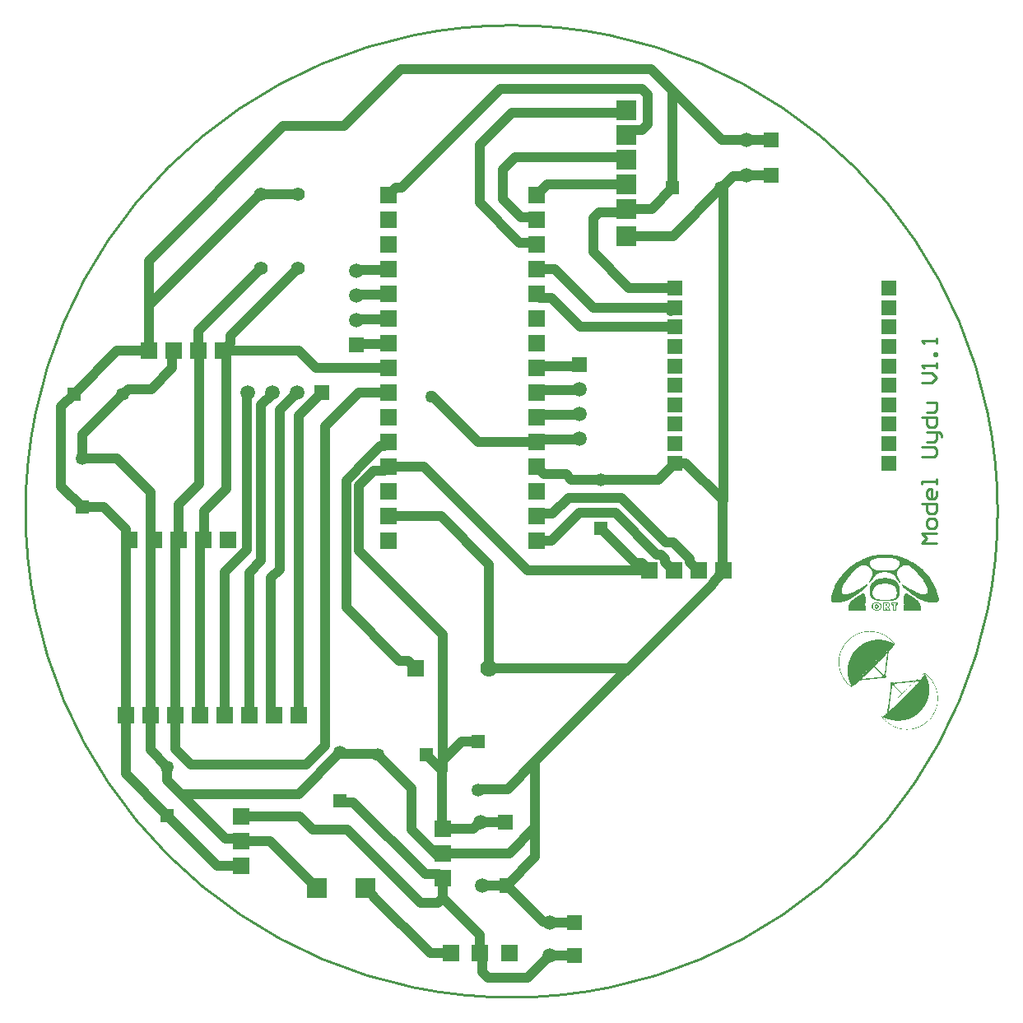
<source format=gbl>
G04*
G04 #@! TF.GenerationSoftware,Altium Limited,Altium Designer,21.0.9 (235)*
G04*
G04 Layer_Physical_Order=2*
G04 Layer_Color=16711680*
%FSLAX25Y25*%
%MOIN*%
G70*
G04*
G04 #@! TF.SameCoordinates,D68A778C-273B-4A11-A0E3-993BC2880866*
G04*
G04*
G04 #@! TF.FilePolarity,Positive*
G04*
G01*
G75*
%ADD10C,0.01000*%
%ADD11C,0.04000*%
%ADD12C,0.05512*%
%ADD13R,0.05315X0.05315*%
%ADD14C,0.05315*%
%ADD15R,0.07000X0.07000*%
%ADD16C,0.05906*%
%ADD17R,0.05906X0.05906*%
%ADD18R,0.06000X0.06000*%
%ADD19R,0.05906X0.05906*%
%ADD20R,0.05315X0.05315*%
%ADD21R,0.07000X0.07000*%
%ADD22R,0.08000X0.08000*%
%ADD23C,0.07000*%
%ADD24C,0.05000*%
G36*
X537914Y287429D02*
X538857D01*
Y287271D01*
X539643D01*
Y287114D01*
X540271D01*
Y286957D01*
X540900D01*
Y286800D01*
X541529D01*
Y286643D01*
X542000D01*
Y286486D01*
X542471D01*
Y286329D01*
X542786D01*
Y286171D01*
X543257D01*
Y286014D01*
X543729D01*
Y285857D01*
X544043D01*
Y285700D01*
X544514D01*
Y285543D01*
X544829D01*
Y285386D01*
X545143D01*
Y285229D01*
X545457D01*
Y285071D01*
X545771D01*
Y284914D01*
X546086D01*
Y284757D01*
X546400D01*
Y284600D01*
X546557D01*
Y284443D01*
X546871D01*
Y284286D01*
X547186D01*
Y284129D01*
X547500D01*
Y283971D01*
X547657D01*
Y283814D01*
X547971D01*
Y283657D01*
X548129D01*
Y283500D01*
X548443D01*
Y283343D01*
X548600D01*
Y283186D01*
X548914D01*
Y283029D01*
X549071D01*
Y282871D01*
X549229D01*
Y282714D01*
X549543D01*
Y282557D01*
X549700D01*
Y282400D01*
X549857D01*
Y282243D01*
X550014D01*
Y282086D01*
X550329D01*
Y281929D01*
X550486D01*
Y281771D01*
X550643D01*
Y281614D01*
X550800D01*
Y281457D01*
X550957D01*
Y281300D01*
X551114D01*
Y281143D01*
X551271D01*
Y280986D01*
X551429D01*
Y280829D01*
X551586D01*
Y280671D01*
X551743D01*
Y280514D01*
X551900D01*
Y280357D01*
X552057D01*
Y280200D01*
X552214D01*
Y280043D01*
X552371D01*
Y279886D01*
X552529D01*
Y279729D01*
X552686D01*
Y279571D01*
Y279414D01*
X552843D01*
Y279257D01*
X553000D01*
Y279100D01*
X553157D01*
Y278943D01*
X553314D01*
Y278786D01*
Y278629D01*
X553471D01*
Y278471D01*
X553629D01*
Y278314D01*
X553786D01*
Y278157D01*
Y278000D01*
X553943D01*
Y277843D01*
X554100D01*
Y277686D01*
X554257D01*
Y277529D01*
Y277371D01*
X554414D01*
Y277214D01*
X554571D01*
Y277057D01*
Y276900D01*
X554729D01*
Y276743D01*
Y276586D01*
X554886D01*
Y276429D01*
X555043D01*
Y276271D01*
Y276114D01*
X555200D01*
Y275957D01*
Y275800D01*
X555357D01*
Y275643D01*
Y275486D01*
X555514D01*
Y275329D01*
Y275171D01*
X555671D01*
Y275014D01*
Y274857D01*
X555829D01*
Y274700D01*
Y274543D01*
X555986D01*
Y274386D01*
Y274229D01*
X556143D01*
Y274071D01*
Y273914D01*
X556300D01*
Y273757D01*
Y273600D01*
Y273443D01*
X556457D01*
Y273286D01*
Y273129D01*
X556614D01*
Y272971D01*
Y272814D01*
Y272657D01*
X556771D01*
Y272500D01*
Y272343D01*
Y272186D01*
X556929D01*
Y272029D01*
Y271871D01*
Y271714D01*
X557086D01*
Y271557D01*
Y271400D01*
Y271243D01*
X557243D01*
Y271086D01*
Y270929D01*
Y270771D01*
Y270614D01*
X557400D01*
Y270457D01*
Y270300D01*
Y270143D01*
Y269986D01*
X557557D01*
Y269829D01*
Y269671D01*
Y269514D01*
Y269357D01*
Y269200D01*
Y269043D01*
Y268886D01*
Y268729D01*
X557400D01*
Y268571D01*
Y268414D01*
X557086D01*
Y268257D01*
X556457D01*
Y268100D01*
X554100D01*
Y268257D01*
X553000D01*
Y268414D01*
X552214D01*
Y268571D01*
X551586D01*
Y268729D01*
X551114D01*
Y268886D01*
X550800D01*
Y269043D01*
X550329D01*
Y269200D01*
X550014D01*
Y269357D01*
X549700D01*
Y269514D01*
X549386D01*
Y269671D01*
X549071D01*
Y269829D01*
X548757D01*
Y269986D01*
X548600D01*
Y270143D01*
X548286D01*
Y270300D01*
X548129D01*
Y270457D01*
X547814D01*
Y270614D01*
X547657D01*
Y270771D01*
X547343D01*
Y270929D01*
X547186D01*
Y271086D01*
X547029D01*
Y271243D01*
X546714D01*
Y271400D01*
X546557D01*
Y271557D01*
X546400D01*
Y271714D01*
X546086D01*
Y271871D01*
X545929D01*
Y272029D01*
X545771D01*
Y272186D01*
X545457D01*
Y272343D01*
X545300D01*
Y272500D01*
X545143D01*
Y272657D01*
X544986D01*
Y272814D01*
X544671D01*
Y272971D01*
X544514D01*
Y273129D01*
X544357D01*
Y273286D01*
X544200D01*
Y273443D01*
X544043D01*
Y273600D01*
X543886D01*
Y273757D01*
X543729D01*
Y273914D01*
X543414D01*
Y274071D01*
X543257D01*
Y274229D01*
X543100D01*
Y274386D01*
X542943D01*
Y274543D01*
Y274700D01*
X542786D01*
Y274857D01*
X542629D01*
Y275014D01*
Y275171D01*
X542471D01*
Y275329D01*
X543100D01*
Y275171D01*
X543414D01*
Y275014D01*
X543729D01*
Y274857D01*
X544043D01*
Y274700D01*
X544200D01*
Y274543D01*
X544514D01*
Y274386D01*
X544671D01*
Y274229D01*
X544986D01*
Y274071D01*
X545300D01*
Y273914D01*
X545457D01*
Y273757D01*
X545771D01*
Y273600D01*
X546086D01*
Y273443D01*
X546400D01*
Y273286D01*
X546557D01*
Y273129D01*
X546871D01*
Y272971D01*
X547186D01*
Y272814D01*
X547500D01*
Y272657D01*
X547814D01*
Y272500D01*
X548129D01*
Y272343D01*
X548443D01*
Y272186D01*
X548757D01*
Y272029D01*
X549229D01*
Y271871D01*
X549543D01*
Y271714D01*
X550014D01*
Y271557D01*
X550800D01*
Y271400D01*
X551900D01*
Y271557D01*
X552371D01*
Y271714D01*
X552686D01*
Y271871D01*
X552843D01*
Y272029D01*
Y272186D01*
X553000D01*
Y272343D01*
Y272500D01*
Y272657D01*
Y272814D01*
Y272971D01*
Y273129D01*
Y273286D01*
Y273443D01*
X552843D01*
Y273600D01*
Y273757D01*
Y273914D01*
Y274071D01*
X552686D01*
Y274229D01*
Y274386D01*
Y274543D01*
X552529D01*
Y274700D01*
Y274857D01*
X552371D01*
Y275014D01*
Y275171D01*
X552214D01*
Y275329D01*
Y275486D01*
X552057D01*
Y275643D01*
Y275800D01*
X551900D01*
Y275957D01*
Y276114D01*
X551743D01*
Y276271D01*
X551586D01*
Y276429D01*
Y276586D01*
X551429D01*
Y276743D01*
Y276900D01*
X551271D01*
Y277057D01*
X551114D01*
Y277214D01*
Y277371D01*
X550957D01*
Y277529D01*
X550800D01*
Y277686D01*
X550643D01*
Y277843D01*
Y278000D01*
X550486D01*
Y278157D01*
X550329D01*
Y278314D01*
X550171D01*
Y278471D01*
X550014D01*
Y278629D01*
Y278786D01*
X549857D01*
Y278943D01*
X549700D01*
Y279100D01*
X549543D01*
Y279257D01*
X549386D01*
Y279414D01*
X549229D01*
Y279571D01*
X549071D01*
Y279729D01*
Y279886D01*
X548914D01*
Y280043D01*
X548757D01*
Y280200D01*
X548600D01*
Y280357D01*
X548443D01*
Y280514D01*
X548286D01*
Y280671D01*
X548129D01*
Y280829D01*
X547971D01*
Y280986D01*
X547814D01*
Y281143D01*
X547657D01*
Y281300D01*
X547500D01*
Y281457D01*
X547343D01*
Y281614D01*
X547186D01*
Y281771D01*
X547029D01*
Y281929D01*
X546714D01*
Y282086D01*
X546557D01*
Y282243D01*
X546400D01*
Y282400D01*
X546243D01*
Y282557D01*
X545929D01*
Y282714D01*
X545771D01*
Y282871D01*
X545457D01*
Y283029D01*
X544986D01*
Y283186D01*
X543414D01*
Y283029D01*
X543100D01*
Y282871D01*
X542629D01*
Y282714D01*
X542471D01*
Y282557D01*
X542314D01*
Y282400D01*
X542000D01*
Y282243D01*
X541843D01*
Y282086D01*
X541686D01*
Y281929D01*
X541529D01*
Y281771D01*
X541371D01*
Y281614D01*
Y281457D01*
X541214D01*
Y281300D01*
X541057D01*
Y281143D01*
Y280986D01*
X540900D01*
Y280829D01*
Y280671D01*
X540743D01*
Y280514D01*
Y280357D01*
Y280200D01*
Y280043D01*
X540586D01*
Y279886D01*
Y279729D01*
Y279571D01*
Y279414D01*
Y279257D01*
X540743D01*
Y279100D01*
Y278943D01*
Y278786D01*
Y278629D01*
X540900D01*
Y278471D01*
Y278314D01*
X541057D01*
Y278157D01*
Y278000D01*
X541214D01*
Y277843D01*
Y277686D01*
X541371D01*
Y277529D01*
Y277371D01*
X541529D01*
Y277214D01*
Y277057D01*
X541686D01*
Y276900D01*
Y276743D01*
X541843D01*
Y276586D01*
Y276429D01*
Y276271D01*
Y276114D01*
X541686D01*
Y276271D01*
X541371D01*
Y276429D01*
Y276586D01*
X541214D01*
Y276743D01*
X541057D01*
Y276900D01*
X540900D01*
Y277057D01*
X540743D01*
Y277214D01*
X540586D01*
Y277371D01*
Y277529D01*
X540429D01*
Y277686D01*
X540271D01*
Y277843D01*
Y278000D01*
X540114D01*
Y278157D01*
X539957D01*
Y278314D01*
Y278471D01*
X539800D01*
Y278629D01*
X539643D01*
Y278786D01*
X539486D01*
Y278943D01*
Y279100D01*
X539329D01*
Y279257D01*
X539171D01*
Y279414D01*
X538857D01*
Y279571D01*
X538700D01*
Y279729D01*
X538386D01*
Y279886D01*
X537914D01*
Y280043D01*
X537443D01*
Y280200D01*
X536500D01*
Y280357D01*
X534771D01*
Y280200D01*
X533829D01*
Y280043D01*
X533357D01*
Y279886D01*
X532886D01*
Y279729D01*
X532571D01*
Y279571D01*
X532257D01*
Y279414D01*
X532100D01*
Y279257D01*
X531943D01*
Y279100D01*
X531786D01*
Y278943D01*
X531629D01*
Y278786D01*
Y278629D01*
X531471D01*
Y278471D01*
X531314D01*
Y278314D01*
Y278157D01*
X531157D01*
Y278000D01*
X531000D01*
Y277843D01*
Y277686D01*
X530843D01*
Y277529D01*
X530686D01*
Y277371D01*
X530529D01*
Y277214D01*
Y277057D01*
X530371D01*
Y276900D01*
X530214D01*
Y276743D01*
X530057D01*
Y276586D01*
X529900D01*
Y276429D01*
X529743D01*
Y276271D01*
X529586D01*
Y276114D01*
X529429D01*
Y276271D01*
Y276429D01*
Y276586D01*
Y276743D01*
X529586D01*
Y276900D01*
Y277057D01*
X529743D01*
Y277214D01*
Y277371D01*
X529900D01*
Y277529D01*
Y277686D01*
X530057D01*
Y277843D01*
Y278000D01*
X530214D01*
Y278157D01*
Y278314D01*
X530371D01*
Y278471D01*
Y278629D01*
Y278786D01*
X530529D01*
Y278943D01*
Y279100D01*
Y279257D01*
Y279414D01*
Y279571D01*
X530686D01*
Y279729D01*
X530529D01*
Y279886D01*
Y280043D01*
Y280200D01*
Y280357D01*
Y280514D01*
Y280671D01*
X530371D01*
Y280829D01*
Y280986D01*
X530214D01*
Y281143D01*
Y281300D01*
X530057D01*
Y281457D01*
X529900D01*
Y281614D01*
X529743D01*
Y281771D01*
Y281929D01*
X529586D01*
Y282086D01*
X529429D01*
Y282243D01*
X529114D01*
Y282400D01*
X528957D01*
Y282557D01*
X528800D01*
Y282714D01*
X528486D01*
Y282871D01*
X528171D01*
Y283029D01*
X527857D01*
Y283186D01*
X526129D01*
Y283029D01*
X525814D01*
Y282871D01*
X525500D01*
Y282714D01*
X525343D01*
Y282557D01*
X525029D01*
Y282400D01*
X524871D01*
Y282243D01*
X524714D01*
Y282086D01*
X524400D01*
Y281929D01*
X524243D01*
Y281771D01*
X524086D01*
Y281614D01*
X523929D01*
Y281457D01*
X523771D01*
Y281300D01*
X523614D01*
Y281143D01*
X523457D01*
Y280986D01*
X523300D01*
Y280829D01*
X523143D01*
Y280671D01*
X522986D01*
Y280514D01*
X522829D01*
Y280357D01*
X522671D01*
Y280200D01*
X522514D01*
Y280043D01*
X522357D01*
Y279886D01*
X522200D01*
Y279729D01*
X522043D01*
Y279571D01*
X521886D01*
Y279414D01*
Y279257D01*
X521729D01*
Y279100D01*
X521571D01*
Y278943D01*
X521414D01*
Y278786D01*
X521257D01*
Y278629D01*
Y278471D01*
X521100D01*
Y278314D01*
X520943D01*
Y278157D01*
X520786D01*
Y278000D01*
X520629D01*
Y277843D01*
X520471D01*
Y277686D01*
Y277529D01*
X520314D01*
Y277371D01*
X520157D01*
Y277214D01*
Y277057D01*
X520000D01*
Y276900D01*
X519843D01*
Y276743D01*
Y276586D01*
X519686D01*
Y276429D01*
X519529D01*
Y276271D01*
Y276114D01*
X519371D01*
Y275957D01*
X519214D01*
Y275800D01*
Y275643D01*
X519057D01*
Y275486D01*
Y275329D01*
X518900D01*
Y275171D01*
Y275014D01*
X518743D01*
Y274857D01*
Y274700D01*
Y274543D01*
X518586D01*
Y274386D01*
Y274229D01*
Y274071D01*
X518429D01*
Y273914D01*
Y273757D01*
Y273600D01*
X518271D01*
Y273443D01*
Y273286D01*
Y273129D01*
Y272971D01*
Y272814D01*
Y272657D01*
Y272500D01*
Y272343D01*
Y272186D01*
Y272029D01*
X518429D01*
Y271871D01*
X518586D01*
Y271714D01*
X518743D01*
Y271557D01*
X519214D01*
Y271400D01*
X520471D01*
Y271557D01*
X521100D01*
Y271714D01*
X521729D01*
Y271871D01*
X522043D01*
Y272029D01*
X522514D01*
Y272186D01*
X522829D01*
Y272343D01*
X523143D01*
Y272500D01*
X523457D01*
Y272657D01*
X523771D01*
Y272814D01*
X524086D01*
Y272971D01*
X524400D01*
Y273129D01*
X524557D01*
Y273286D01*
X524871D01*
Y273443D01*
X525186D01*
Y273600D01*
X525500D01*
Y273757D01*
X525657D01*
Y273914D01*
X525971D01*
Y274071D01*
X526286D01*
Y274229D01*
X526600D01*
Y274386D01*
X526757D01*
Y274543D01*
X527071D01*
Y274700D01*
X527229D01*
Y274857D01*
X527543D01*
Y275014D01*
X527857D01*
Y275171D01*
X528014D01*
Y275329D01*
X528643D01*
Y275171D01*
Y275014D01*
Y274857D01*
X528486D01*
Y274700D01*
X528329D01*
Y274543D01*
X528171D01*
Y274386D01*
X528014D01*
Y274229D01*
X527857D01*
Y274071D01*
X527700D01*
Y273914D01*
X527543D01*
Y273757D01*
X527386D01*
Y273600D01*
X527229D01*
Y273443D01*
X527071D01*
Y273286D01*
X526914D01*
Y273129D01*
X526757D01*
Y272971D01*
X526600D01*
Y272814D01*
X526286D01*
Y272657D01*
X526129D01*
Y272500D01*
X525971D01*
Y272343D01*
X525657D01*
Y272186D01*
X525500D01*
Y272029D01*
X525343D01*
Y271871D01*
X525186D01*
Y271714D01*
X524871D01*
Y271557D01*
X524714D01*
Y271400D01*
X524400D01*
Y271243D01*
X524243D01*
Y271086D01*
X524086D01*
Y270929D01*
X523771D01*
Y270771D01*
X523614D01*
Y270614D01*
X523300D01*
Y270457D01*
X523143D01*
Y270300D01*
X522986D01*
Y270143D01*
X522671D01*
Y269986D01*
X522357D01*
Y269829D01*
X522200D01*
Y269671D01*
X521886D01*
Y269514D01*
X521571D01*
Y269357D01*
X521257D01*
Y269200D01*
X520943D01*
Y269043D01*
X520471D01*
Y268886D01*
X520157D01*
Y268729D01*
X519529D01*
Y268571D01*
X519057D01*
Y268414D01*
X518271D01*
Y268257D01*
X517014D01*
Y268100D01*
X514657D01*
Y268257D01*
X514186D01*
Y268414D01*
X513871D01*
Y268571D01*
Y268729D01*
Y268886D01*
Y269043D01*
Y269200D01*
Y269357D01*
Y269514D01*
Y269671D01*
Y269829D01*
Y269986D01*
Y270143D01*
Y270300D01*
Y270457D01*
Y270614D01*
Y270771D01*
X514029D01*
Y270929D01*
Y271086D01*
Y271243D01*
X514186D01*
Y271400D01*
Y271557D01*
Y271714D01*
Y271871D01*
X514343D01*
Y272029D01*
Y272186D01*
X514500D01*
Y272343D01*
Y272500D01*
Y272657D01*
X514657D01*
Y272814D01*
Y272971D01*
Y273129D01*
X514814D01*
Y273286D01*
Y273443D01*
Y273600D01*
X514971D01*
Y273757D01*
Y273914D01*
X515129D01*
Y274071D01*
Y274229D01*
X515286D01*
Y274386D01*
Y274543D01*
Y274700D01*
X515443D01*
Y274857D01*
Y275014D01*
X515600D01*
Y275171D01*
Y275329D01*
X515757D01*
Y275486D01*
Y275643D01*
X515914D01*
Y275800D01*
X516071D01*
Y275957D01*
Y276114D01*
X516229D01*
Y276271D01*
Y276429D01*
X516386D01*
Y276586D01*
Y276743D01*
X516543D01*
Y276900D01*
X516700D01*
Y277057D01*
Y277214D01*
X516857D01*
Y277371D01*
X517014D01*
Y277529D01*
Y277686D01*
X517171D01*
Y277843D01*
X517329D01*
Y278000D01*
Y278157D01*
X517486D01*
Y278314D01*
X517643D01*
Y278471D01*
X517800D01*
Y278629D01*
Y278786D01*
X517957D01*
Y278943D01*
X518114D01*
Y279100D01*
X518271D01*
Y279257D01*
Y279414D01*
X518429D01*
Y279571D01*
X518586D01*
Y279729D01*
X518743D01*
Y279886D01*
X518900D01*
Y280043D01*
X519057D01*
Y280200D01*
X519214D01*
Y280357D01*
X519371D01*
Y280514D01*
X519529D01*
Y280671D01*
X519686D01*
Y280829D01*
X519843D01*
Y280986D01*
X520000D01*
Y281143D01*
X520157D01*
Y281300D01*
X520314D01*
Y281457D01*
X520471D01*
Y281614D01*
X520629D01*
Y281771D01*
X520786D01*
Y281929D01*
X520943D01*
Y282086D01*
X521257D01*
Y282243D01*
X521414D01*
Y282400D01*
X521571D01*
Y282557D01*
X521729D01*
Y282714D01*
X521886D01*
Y282871D01*
X522200D01*
Y283029D01*
X522357D01*
Y283186D01*
X522671D01*
Y283343D01*
X522829D01*
Y283500D01*
X523143D01*
Y283657D01*
X523300D01*
Y283814D01*
X523614D01*
Y283971D01*
X523771D01*
Y284129D01*
X524086D01*
Y284286D01*
X524400D01*
Y284443D01*
X524557D01*
Y284600D01*
X524871D01*
Y284757D01*
X525186D01*
Y284914D01*
X525500D01*
Y285071D01*
X525814D01*
Y285229D01*
X526129D01*
Y285386D01*
X526443D01*
Y285543D01*
X526757D01*
Y285700D01*
X527229D01*
Y285857D01*
X527543D01*
Y286014D01*
X528014D01*
Y286171D01*
X528329D01*
Y286329D01*
X528800D01*
Y286486D01*
X529271D01*
Y286643D01*
X529900D01*
Y286800D01*
X530371D01*
Y286957D01*
X531000D01*
Y287114D01*
X531629D01*
Y287271D01*
X532414D01*
Y287429D01*
X533357D01*
Y287586D01*
X537914D01*
Y287429D01*
D02*
G37*
G36*
X536500Y277843D02*
X537914D01*
Y277686D01*
X538386D01*
Y277529D01*
X539014D01*
Y277371D01*
X539329D01*
Y277214D01*
X539643D01*
Y277057D01*
X539800D01*
Y276900D01*
X540114D01*
Y276743D01*
X540271D01*
Y276586D01*
X540429D01*
Y276429D01*
X540586D01*
Y276271D01*
X540743D01*
Y276114D01*
X540900D01*
Y275957D01*
Y275800D01*
X541057D01*
Y275643D01*
Y275486D01*
X541214D01*
Y275329D01*
Y275171D01*
X541371D01*
Y275014D01*
Y274857D01*
X541529D01*
Y274700D01*
Y274543D01*
Y274386D01*
Y274229D01*
Y274071D01*
X541686D01*
Y273914D01*
Y273757D01*
Y273600D01*
Y273443D01*
Y273286D01*
Y273129D01*
Y272971D01*
Y272814D01*
Y272657D01*
Y272500D01*
Y272343D01*
Y272186D01*
Y272029D01*
Y271871D01*
Y271714D01*
Y271557D01*
Y271400D01*
Y271243D01*
X541529D01*
Y271086D01*
Y270929D01*
Y270771D01*
Y270614D01*
X541371D01*
Y270457D01*
Y270300D01*
X541214D01*
Y270143D01*
Y269986D01*
X541057D01*
Y269829D01*
X540900D01*
Y269671D01*
X540743D01*
Y269514D01*
X540586D01*
Y269357D01*
X540271D01*
Y269200D01*
X539800D01*
Y269043D01*
X539171D01*
Y268886D01*
X538071D01*
Y268729D01*
X533671D01*
Y268886D01*
X532257D01*
Y269043D01*
X531786D01*
Y269200D01*
X531314D01*
Y269357D01*
X531000D01*
Y269514D01*
X530686D01*
Y269671D01*
X530529D01*
Y269829D01*
X530371D01*
Y269986D01*
X530214D01*
Y270143D01*
X530057D01*
Y270300D01*
X529900D01*
Y270457D01*
Y270614D01*
X529743D01*
Y270771D01*
Y270929D01*
Y271086D01*
X529586D01*
Y271243D01*
Y271400D01*
Y271557D01*
Y271714D01*
Y271871D01*
Y272029D01*
Y272186D01*
Y272343D01*
Y272500D01*
Y272657D01*
Y272814D01*
Y272971D01*
Y273129D01*
Y273286D01*
Y273443D01*
Y273600D01*
Y273757D01*
Y273914D01*
Y274071D01*
Y274229D01*
X529743D01*
Y274386D01*
Y274543D01*
Y274700D01*
X529900D01*
Y274857D01*
Y275014D01*
Y275171D01*
X530057D01*
Y275329D01*
Y275486D01*
X530214D01*
Y275643D01*
Y275800D01*
X530371D01*
Y275957D01*
X530529D01*
Y276114D01*
X530686D01*
Y276271D01*
X530843D01*
Y276429D01*
X531000D01*
Y276586D01*
X531157D01*
Y276743D01*
X531314D01*
Y276900D01*
X531471D01*
Y277057D01*
X531786D01*
Y277214D01*
X532100D01*
Y277371D01*
X532571D01*
Y277529D01*
X533043D01*
Y277686D01*
X533671D01*
Y277843D01*
X534929D01*
Y278000D01*
X536500D01*
Y277843D01*
D02*
G37*
G36*
Y268100D02*
X537129D01*
Y267943D01*
X537286D01*
Y267786D01*
X537443D01*
Y267629D01*
X537600D01*
Y267471D01*
Y267314D01*
X537757D01*
Y267157D01*
Y267000D01*
Y266843D01*
X537600D01*
Y266686D01*
Y266529D01*
Y266371D01*
X537443D01*
Y266214D01*
X537286D01*
Y266057D01*
X537443D01*
Y265900D01*
Y265743D01*
X537600D01*
Y265586D01*
X537757D01*
Y265429D01*
Y265271D01*
X537914D01*
Y265114D01*
X538071D01*
Y264957D01*
Y264800D01*
X534929D01*
Y264957D01*
Y265114D01*
Y265271D01*
Y265429D01*
Y265586D01*
Y265743D01*
Y265900D01*
Y266057D01*
Y266214D01*
Y266371D01*
Y266529D01*
Y266686D01*
Y266843D01*
Y267000D01*
Y267157D01*
Y267314D01*
Y267471D01*
Y267629D01*
Y267786D01*
Y267943D01*
Y268100D01*
X535086D01*
Y268257D01*
X535714D01*
Y268100D01*
X535871D01*
Y268257D01*
X536500D01*
Y268100D01*
D02*
G37*
G36*
X544829Y271557D02*
X545143D01*
Y271400D01*
X545300D01*
Y271243D01*
X545614D01*
Y271086D01*
X545929D01*
Y270929D01*
X546086D01*
Y270771D01*
X546400D01*
Y270614D01*
X546557D01*
Y270457D01*
X546871D01*
Y270300D01*
X547029D01*
Y270143D01*
X547343D01*
Y269986D01*
X547500D01*
Y269829D01*
X547814D01*
Y269671D01*
X547971D01*
Y269514D01*
X548286D01*
Y269357D01*
X548443D01*
Y269200D01*
X548600D01*
Y269043D01*
X548914D01*
Y268886D01*
X549071D01*
Y268729D01*
X549229D01*
Y268571D01*
X549386D01*
Y268414D01*
Y268257D01*
X549543D01*
Y268100D01*
X549700D01*
Y267943D01*
Y267786D01*
X549857D01*
Y267629D01*
Y267471D01*
X550014D01*
Y267314D01*
Y267157D01*
Y267000D01*
Y266843D01*
X550171D01*
Y266686D01*
Y266529D01*
Y266371D01*
X550329D01*
Y266214D01*
Y266057D01*
Y265900D01*
Y265743D01*
Y265586D01*
Y265429D01*
Y265271D01*
Y265114D01*
Y264957D01*
Y264800D01*
X543414D01*
Y264957D01*
X543257D01*
Y265114D01*
Y265271D01*
Y265429D01*
Y265586D01*
Y265743D01*
Y265900D01*
X543414D01*
Y266057D01*
Y266214D01*
Y266371D01*
Y266529D01*
Y266686D01*
Y266843D01*
Y267000D01*
X543571D01*
Y267157D01*
Y267314D01*
Y267471D01*
X543414D01*
Y267629D01*
Y267786D01*
Y267943D01*
Y268100D01*
Y268257D01*
Y268414D01*
Y268571D01*
Y268729D01*
Y268886D01*
Y269043D01*
Y269200D01*
Y269357D01*
Y269514D01*
Y269671D01*
Y269829D01*
Y269986D01*
Y270143D01*
Y270300D01*
Y270457D01*
Y270614D01*
X543571D01*
Y270771D01*
Y270929D01*
Y271086D01*
X543729D01*
Y271243D01*
Y271400D01*
X543886D01*
Y271557D01*
X544043D01*
Y271714D01*
X544829D01*
Y271557D01*
D02*
G37*
G36*
X540743Y268100D02*
X540900D01*
Y267943D01*
Y267786D01*
Y267629D01*
Y267471D01*
Y267314D01*
Y267157D01*
Y267000D01*
X540743D01*
Y266843D01*
X540271D01*
Y266686D01*
Y266529D01*
Y266371D01*
Y266214D01*
Y266057D01*
Y265900D01*
Y265743D01*
Y265586D01*
Y265429D01*
Y265271D01*
Y265114D01*
Y264957D01*
Y264800D01*
X538857D01*
Y264957D01*
Y265114D01*
Y265271D01*
Y265429D01*
Y265586D01*
Y265743D01*
Y265900D01*
Y266057D01*
Y266214D01*
Y266371D01*
Y266529D01*
Y266686D01*
Y266843D01*
X538543D01*
Y267000D01*
X538229D01*
Y267157D01*
Y267314D01*
Y267471D01*
Y267629D01*
Y267786D01*
Y267943D01*
Y268100D01*
X538386D01*
Y268257D01*
X540743D01*
Y268100D01*
D02*
G37*
G36*
X527229Y271557D02*
X527386D01*
Y271400D01*
X527543D01*
Y271243D01*
Y271086D01*
X527700D01*
Y270929D01*
Y270771D01*
Y270614D01*
Y270457D01*
X527857D01*
Y270300D01*
Y270143D01*
Y269986D01*
Y269829D01*
Y269671D01*
Y269514D01*
Y269357D01*
Y269200D01*
Y269043D01*
Y268886D01*
Y268729D01*
Y268571D01*
Y268414D01*
Y268257D01*
Y268100D01*
Y267943D01*
Y267786D01*
X527700D01*
Y267629D01*
Y267471D01*
Y267314D01*
Y267157D01*
Y267000D01*
Y266843D01*
Y266686D01*
X527857D01*
Y266529D01*
Y266371D01*
Y266214D01*
Y266057D01*
Y265900D01*
Y265743D01*
Y265586D01*
X528014D01*
Y265429D01*
Y265271D01*
Y265114D01*
Y264957D01*
X527857D01*
Y264800D01*
X520943D01*
Y264957D01*
Y265114D01*
Y265271D01*
Y265429D01*
Y265586D01*
Y265743D01*
Y265900D01*
Y266057D01*
Y266214D01*
Y266371D01*
Y266529D01*
X521100D01*
Y266686D01*
Y266843D01*
Y267000D01*
X521257D01*
Y267157D01*
Y267314D01*
Y267471D01*
X521414D01*
Y267629D01*
Y267786D01*
X521571D01*
Y267943D01*
Y268100D01*
X521729D01*
Y268257D01*
Y268414D01*
X521886D01*
Y268571D01*
X522043D01*
Y268729D01*
X522200D01*
Y268886D01*
X522357D01*
Y269043D01*
X522514D01*
Y269200D01*
X522829D01*
Y269357D01*
X522986D01*
Y269514D01*
X523300D01*
Y269671D01*
X523457D01*
Y269829D01*
X523771D01*
Y269986D01*
X523929D01*
Y270143D01*
X524243D01*
Y270300D01*
X524400D01*
Y270457D01*
X524557D01*
Y270614D01*
X524871D01*
Y270771D01*
X525186D01*
Y270929D01*
X525343D01*
Y271086D01*
X525657D01*
Y271243D01*
X525971D01*
Y271400D01*
X526129D01*
Y271557D01*
X526443D01*
Y271714D01*
X527229D01*
Y271557D01*
D02*
G37*
G36*
X532886Y268100D02*
X533357D01*
Y267943D01*
X533514D01*
Y267786D01*
X533671D01*
Y267629D01*
X533829D01*
Y267471D01*
X533986D01*
Y267314D01*
X534143D01*
Y267157D01*
Y267000D01*
Y266843D01*
X534300D01*
Y266686D01*
Y266529D01*
Y266371D01*
Y266214D01*
Y266057D01*
X534143D01*
Y265900D01*
Y265743D01*
X533986D01*
Y265586D01*
Y265429D01*
X533829D01*
Y265271D01*
X533671D01*
Y265114D01*
X533514D01*
Y264957D01*
X533200D01*
Y264800D01*
X532571D01*
Y264643D01*
X532100D01*
Y264800D01*
X531471D01*
Y264957D01*
X531157D01*
Y265114D01*
X531000D01*
Y265271D01*
X530843D01*
Y265429D01*
X530686D01*
Y265586D01*
X530529D01*
Y265743D01*
Y265900D01*
X530371D01*
Y266057D01*
Y266214D01*
Y266371D01*
Y266529D01*
Y266686D01*
Y266843D01*
Y267000D01*
X530529D01*
Y267157D01*
Y267314D01*
X530686D01*
Y267471D01*
Y267629D01*
X530843D01*
Y267786D01*
X531157D01*
Y267943D01*
X531314D01*
Y268100D01*
X531786D01*
Y268257D01*
X532886D01*
Y268100D01*
D02*
G37*
G36*
X529812Y256437D02*
X531007D01*
Y256329D01*
X531766D01*
Y256220D01*
X532201D01*
Y256112D01*
X532743D01*
Y256003D01*
X533178D01*
Y255895D01*
X533503D01*
Y255786D01*
X533829D01*
Y255678D01*
X534046D01*
Y255569D01*
X534372D01*
Y255461D01*
X534697D01*
Y255352D01*
X534914D01*
Y255243D01*
X535023D01*
Y255135D01*
X535349D01*
Y255026D01*
X535566D01*
Y254918D01*
X535674D01*
Y254809D01*
X535891D01*
Y254701D01*
X536217D01*
Y254592D01*
X536326D01*
Y254484D01*
X536434D01*
Y254375D01*
X536651D01*
Y254266D01*
X536760D01*
Y254158D01*
X536868D01*
Y254049D01*
X537085D01*
Y253941D01*
X537194D01*
Y253832D01*
X537303D01*
Y253724D01*
X537520D01*
Y253615D01*
X537628D01*
Y253507D01*
X537737D01*
Y253398D01*
X537845D01*
Y253290D01*
X537954D01*
Y253181D01*
X538062D01*
Y253072D01*
X538171D01*
Y252964D01*
X538280D01*
Y252855D01*
X538388D01*
Y252747D01*
X538497D01*
Y252638D01*
X538605D01*
Y252530D01*
X538714D01*
Y252421D01*
X538822D01*
Y252312D01*
X538931D01*
Y252204D01*
X539040D01*
Y252095D01*
X539148D01*
Y251987D01*
X539365D01*
Y251878D01*
Y251770D01*
X539474D01*
Y251661D01*
X539582D01*
Y251553D01*
X539691D01*
Y251444D01*
Y251336D01*
Y251227D01*
Y251118D01*
X539582D01*
Y251010D01*
Y250901D01*
X539474D01*
Y250793D01*
X539365D01*
Y250684D01*
Y250576D01*
X539257D01*
Y250467D01*
X539148D01*
Y250359D01*
X539040D01*
Y250250D01*
Y250141D01*
X538931D01*
Y250033D01*
X538822D01*
Y249924D01*
X538714D01*
Y249816D01*
X538605D01*
Y249707D01*
X538497D01*
Y249599D01*
Y249490D01*
X538388D01*
Y249382D01*
X538280D01*
Y249273D01*
X538171D01*
Y249165D01*
X538062D01*
Y249056D01*
X537954D01*
Y248947D01*
X537845D01*
Y248839D01*
Y248730D01*
X537737D01*
Y248622D01*
X537628D01*
Y248513D01*
X537520D01*
Y248405D01*
X537411D01*
Y248296D01*
X537303D01*
Y248187D01*
X537194D01*
Y248079D01*
Y247970D01*
Y247862D01*
Y247753D01*
Y247645D01*
Y247536D01*
X537085D01*
Y247428D01*
Y247319D01*
Y247211D01*
Y247102D01*
Y246993D01*
Y246885D01*
Y246776D01*
Y246668D01*
X536977D01*
Y246559D01*
Y246451D01*
Y246342D01*
Y246234D01*
Y246125D01*
Y246016D01*
Y245908D01*
Y245799D01*
X536868D01*
Y245691D01*
Y245582D01*
Y245474D01*
Y245365D01*
Y245257D01*
Y245148D01*
Y245040D01*
Y244931D01*
X536760D01*
Y244822D01*
Y244714D01*
Y244605D01*
Y244497D01*
Y244388D01*
Y244280D01*
Y244171D01*
Y244062D01*
X536651D01*
Y243954D01*
Y243845D01*
Y243737D01*
Y243628D01*
Y243520D01*
Y243411D01*
Y243303D01*
X536543D01*
Y243194D01*
Y243086D01*
Y242977D01*
Y242868D01*
Y242760D01*
Y242651D01*
Y242543D01*
Y242434D01*
X536434D01*
Y242326D01*
Y242217D01*
Y242109D01*
Y242000D01*
Y241891D01*
Y241783D01*
Y241674D01*
Y241566D01*
X536326D01*
Y241457D01*
Y241349D01*
Y241240D01*
Y241132D01*
Y241023D01*
Y240915D01*
Y240806D01*
Y240697D01*
X536217D01*
Y240589D01*
Y240480D01*
Y240372D01*
Y240263D01*
Y240155D01*
Y240046D01*
Y239937D01*
X536109D01*
Y239829D01*
Y239720D01*
Y239612D01*
Y239503D01*
Y239395D01*
Y239286D01*
Y239178D01*
Y239069D01*
X536000D01*
Y238961D01*
Y238852D01*
Y238743D01*
Y238635D01*
X536109D01*
Y238526D01*
Y238418D01*
X536217D01*
Y238309D01*
Y238201D01*
Y238092D01*
Y237984D01*
Y237875D01*
Y237766D01*
Y237658D01*
X536109D01*
Y237549D01*
Y237441D01*
X535891D01*
Y237332D01*
X535132D01*
Y237441D01*
X534914D01*
Y237549D01*
X534697D01*
Y237441D01*
X533612D01*
Y237332D01*
X532635D01*
Y237224D01*
X531549D01*
Y237115D01*
X530464D01*
Y237007D01*
X529487D01*
Y236898D01*
X528401D01*
Y236789D01*
X527207D01*
Y236681D01*
X526230D01*
Y236572D01*
X525579D01*
Y236464D01*
X525470D01*
Y236355D01*
X525362D01*
Y236247D01*
X525253D01*
Y236138D01*
X525145D01*
Y236030D01*
X525036D01*
Y235921D01*
X524928D01*
Y235812D01*
X524711D01*
Y235704D01*
X524602D01*
Y235595D01*
X524493D01*
Y235487D01*
X524385D01*
Y235378D01*
X524276D01*
Y235270D01*
X524059D01*
Y235161D01*
X523951D01*
Y235053D01*
X523842D01*
Y234944D01*
X523734D01*
Y234836D01*
X523625D01*
Y234727D01*
X523408D01*
Y234618D01*
X523299D01*
Y234510D01*
X523191D01*
Y234401D01*
X522974D01*
Y234293D01*
X522757D01*
Y234184D01*
Y234076D01*
X522540D01*
Y233967D01*
X522431D01*
Y233859D01*
X521888D01*
Y233967D01*
X521780D01*
Y234076D01*
X521671D01*
Y234184D01*
X521562D01*
Y234293D01*
X521454D01*
Y234401D01*
X521345D01*
Y234510D01*
X521237D01*
Y234618D01*
X521020D01*
Y234727D01*
X520911D01*
Y234836D01*
X520803D01*
Y234944D01*
X520585D01*
Y235053D01*
Y235161D01*
X520477D01*
Y235270D01*
X520368D01*
Y235378D01*
X520260D01*
Y235487D01*
X520151D01*
Y235595D01*
X520043D01*
Y235704D01*
X519934D01*
Y235812D01*
Y235921D01*
X519826D01*
Y236030D01*
X519717D01*
Y236138D01*
X519609D01*
Y236247D01*
X519500D01*
Y236355D01*
Y236464D01*
X519391D01*
Y236572D01*
X519283D01*
Y236681D01*
Y236789D01*
X519174D01*
Y236898D01*
X519066D01*
Y237007D01*
X518957D01*
Y237115D01*
Y237224D01*
X518849D01*
Y237332D01*
Y237441D01*
X518740D01*
Y237549D01*
Y237658D01*
X518632D01*
Y237766D01*
X518523D01*
Y237875D01*
Y237984D01*
X518414D01*
Y238092D01*
Y238201D01*
Y238309D01*
X518306D01*
Y238418D01*
X518197D01*
Y238526D01*
Y238635D01*
X518089D01*
Y238743D01*
Y238852D01*
X517980D01*
Y238961D01*
Y239069D01*
Y239178D01*
X517872D01*
Y239286D01*
Y239395D01*
Y239503D01*
X517763D01*
Y239612D01*
Y239720D01*
Y239829D01*
X517655D01*
Y239937D01*
Y240046D01*
Y240155D01*
X517546D01*
Y240263D01*
Y240372D01*
Y240480D01*
X517438D01*
Y240589D01*
Y240697D01*
Y240806D01*
Y240915D01*
X517329D01*
Y241023D01*
Y241132D01*
Y241240D01*
Y241349D01*
X517220D01*
Y241457D01*
Y241566D01*
Y241674D01*
Y241783D01*
Y241891D01*
Y242000D01*
X517112D01*
Y242109D01*
Y242217D01*
Y242326D01*
Y242434D01*
Y242543D01*
Y242651D01*
X517003D01*
Y242760D01*
Y242868D01*
Y242977D01*
Y243086D01*
Y243194D01*
Y243303D01*
Y243411D01*
Y243520D01*
Y243628D01*
Y243737D01*
Y243845D01*
Y243954D01*
Y244062D01*
Y244171D01*
Y244280D01*
Y244388D01*
Y244497D01*
Y244605D01*
Y244714D01*
Y244822D01*
Y244931D01*
Y245040D01*
Y245148D01*
X517112D01*
Y245257D01*
Y245365D01*
Y245474D01*
Y245582D01*
Y245691D01*
Y245799D01*
Y245908D01*
Y246016D01*
X517220D01*
Y246125D01*
Y246234D01*
Y246342D01*
Y246451D01*
X517329D01*
Y246559D01*
Y246668D01*
Y246776D01*
Y246885D01*
Y246993D01*
Y247102D01*
X517438D01*
Y247211D01*
Y247319D01*
Y247428D01*
X517546D01*
Y247536D01*
Y247645D01*
Y247753D01*
X517655D01*
Y247862D01*
Y247970D01*
Y248079D01*
X517763D01*
Y248187D01*
Y248296D01*
Y248405D01*
X517872D01*
Y248513D01*
Y248622D01*
Y248730D01*
X517980D01*
Y248839D01*
Y248947D01*
X518089D01*
Y249056D01*
Y249165D01*
X518197D01*
Y249273D01*
Y249382D01*
Y249490D01*
X518306D01*
Y249599D01*
X518414D01*
Y249707D01*
Y249816D01*
X518523D01*
Y249924D01*
Y250033D01*
X518632D01*
Y250141D01*
X518740D01*
Y250250D01*
Y250359D01*
Y250467D01*
X518849D01*
Y250576D01*
X518957D01*
Y250684D01*
Y250793D01*
X519066D01*
Y250901D01*
X519174D01*
Y251010D01*
Y251118D01*
X519283D01*
Y251227D01*
X519391D01*
Y251336D01*
X519500D01*
Y251444D01*
X519609D01*
Y251553D01*
Y251661D01*
X519717D01*
Y251770D01*
Y251878D01*
X519826D01*
Y251987D01*
X519934D01*
Y252095D01*
X520043D01*
Y252204D01*
X520151D01*
Y252312D01*
X520260D01*
Y252421D01*
X520368D01*
Y252530D01*
X520477D01*
Y252638D01*
X520585D01*
Y252747D01*
X520694D01*
Y252855D01*
X520803D01*
Y252964D01*
X520911D01*
Y253072D01*
X521020D01*
Y253181D01*
X521128D01*
Y253290D01*
X521237D01*
Y253398D01*
X521345D01*
Y253507D01*
X521454D01*
Y253615D01*
X521562D01*
Y253724D01*
X521671D01*
Y253832D01*
X521888D01*
Y253941D01*
X522105D01*
Y254049D01*
X522214D01*
Y254158D01*
X522322D01*
Y254266D01*
X522540D01*
Y254375D01*
X522648D01*
Y254484D01*
X522757D01*
Y254592D01*
X522974D01*
Y254701D01*
X523191D01*
Y254809D01*
X523299D01*
Y254918D01*
X523625D01*
Y255026D01*
X523842D01*
Y255135D01*
X523951D01*
Y255243D01*
X524168D01*
Y255352D01*
X524493D01*
Y255461D01*
X524711D01*
Y255569D01*
X525036D01*
Y255678D01*
X525362D01*
Y255786D01*
X525688D01*
Y255895D01*
X526013D01*
Y256003D01*
X526447D01*
Y256112D01*
X526773D01*
Y256220D01*
X527424D01*
Y256329D01*
X528076D01*
Y256437D01*
X529270D01*
Y256546D01*
X529378D01*
Y256437D01*
X529487D01*
Y256546D01*
X529595D01*
Y256437D01*
X529704D01*
Y256546D01*
X529812D01*
Y256437D01*
D02*
G37*
G36*
X550763Y238526D02*
X550655D01*
Y238418D01*
X550546D01*
Y238309D01*
X550437D01*
Y238201D01*
X550329D01*
Y238092D01*
X550112D01*
Y238201D01*
X550220D01*
Y238309D01*
X550329D01*
Y238418D01*
X550437D01*
Y238526D01*
X550546D01*
Y238635D01*
X550763D01*
Y238526D01*
D02*
G37*
G36*
X550003Y237875D02*
X549895D01*
Y237766D01*
X549786D01*
Y237658D01*
X549569D01*
Y237766D01*
X549678D01*
Y237875D01*
X549786D01*
Y237984D01*
X550003D01*
Y237875D01*
D02*
G37*
G36*
X549135Y237115D02*
X549026D01*
Y237007D01*
X548918D01*
Y236898D01*
X548809D01*
Y236789D01*
X548592D01*
Y236898D01*
X548701D01*
Y237007D01*
X548809D01*
Y237115D01*
X548918D01*
Y237224D01*
X549135D01*
Y237115D01*
D02*
G37*
G36*
X551849Y239395D02*
X551957D01*
Y239286D01*
X552283D01*
Y239178D01*
X552391D01*
Y239069D01*
X552500D01*
Y238961D01*
X552609D01*
Y238852D01*
X552717D01*
Y238743D01*
X552826D01*
Y238635D01*
X552934D01*
Y238526D01*
X553043D01*
Y238418D01*
X553151D01*
Y238309D01*
X553368D01*
Y238201D01*
X553477D01*
Y238092D01*
X553585D01*
Y237984D01*
X553694D01*
Y237875D01*
X553803D01*
Y237766D01*
X553911D01*
Y237658D01*
Y237549D01*
X554020D01*
Y237441D01*
X554128D01*
Y237332D01*
X554237D01*
Y237224D01*
X554345D01*
Y237115D01*
X554454D01*
Y237007D01*
X554563D01*
Y236898D01*
X554671D01*
Y236789D01*
Y236681D01*
X554780D01*
Y236572D01*
Y236464D01*
X554888D01*
Y236355D01*
Y236247D01*
X554997D01*
Y236138D01*
X555105D01*
Y236030D01*
X555214D01*
Y235921D01*
Y235812D01*
X555322D01*
Y235704D01*
X555431D01*
Y235595D01*
Y235487D01*
X555540D01*
Y235378D01*
Y235270D01*
X555648D01*
Y235161D01*
Y235053D01*
X555757D01*
Y234944D01*
Y234836D01*
X555865D01*
Y234727D01*
X555974D01*
Y234618D01*
Y234510D01*
Y234401D01*
X556082D01*
Y234293D01*
Y234184D01*
X556191D01*
Y234076D01*
Y233967D01*
X556299D01*
Y233859D01*
Y233750D01*
Y233641D01*
X556408D01*
Y233533D01*
Y233424D01*
Y233316D01*
X556516D01*
Y233207D01*
Y233099D01*
Y232990D01*
X556625D01*
Y232882D01*
Y232773D01*
Y232664D01*
X556734D01*
Y232556D01*
Y232447D01*
Y232339D01*
Y232230D01*
X556842D01*
Y232122D01*
Y232013D01*
Y231905D01*
Y231796D01*
Y231687D01*
X556951D01*
Y231579D01*
Y231470D01*
Y231362D01*
Y231253D01*
Y231145D01*
X557059D01*
Y231036D01*
Y230928D01*
Y230819D01*
Y230711D01*
Y230602D01*
Y230493D01*
Y230385D01*
X557168D01*
Y230276D01*
Y230168D01*
Y230059D01*
Y229951D01*
Y229842D01*
Y229734D01*
Y229625D01*
Y229516D01*
Y229408D01*
Y229299D01*
Y229191D01*
Y229082D01*
Y228974D01*
Y228865D01*
Y228757D01*
Y228648D01*
Y228539D01*
Y228431D01*
Y228322D01*
Y228214D01*
Y228105D01*
Y227997D01*
X557059D01*
Y227888D01*
Y227780D01*
Y227671D01*
Y227562D01*
Y227454D01*
Y227345D01*
Y227237D01*
X556951D01*
Y227128D01*
Y227020D01*
Y226911D01*
Y226803D01*
Y226694D01*
X556842D01*
Y226586D01*
Y226477D01*
Y226368D01*
Y226260D01*
Y226151D01*
Y226043D01*
X556734D01*
Y225934D01*
Y225826D01*
Y225717D01*
X556625D01*
Y225609D01*
Y225500D01*
Y225391D01*
X556516D01*
Y225283D01*
Y225174D01*
Y225066D01*
X556408D01*
Y224957D01*
Y224849D01*
Y224740D01*
X556299D01*
Y224632D01*
Y224523D01*
Y224414D01*
X556191D01*
Y224306D01*
Y224197D01*
X556082D01*
Y224089D01*
Y223980D01*
Y223872D01*
X555974D01*
Y223763D01*
Y223655D01*
X555865D01*
Y223546D01*
Y223438D01*
X555757D01*
Y223329D01*
X555648D01*
Y223220D01*
Y223112D01*
X555540D01*
Y223003D01*
Y222895D01*
X555431D01*
Y222786D01*
Y222678D01*
X555322D01*
Y222569D01*
X555214D01*
Y222461D01*
Y222352D01*
X555105D01*
Y222243D01*
X554997D01*
Y222135D01*
Y222026D01*
X554888D01*
Y221918D01*
X554780D01*
Y221809D01*
X554671D01*
Y221701D01*
Y221592D01*
X554563D01*
Y221484D01*
Y221375D01*
X554454D01*
Y221266D01*
X554345D01*
Y221158D01*
X554237D01*
Y221049D01*
X554128D01*
Y220941D01*
X554020D01*
Y220832D01*
X553911D01*
Y220724D01*
X553803D01*
Y220615D01*
X553694D01*
Y220507D01*
X553585D01*
Y220398D01*
X553477D01*
Y220289D01*
X553368D01*
Y220181D01*
X553260D01*
Y220072D01*
X553151D01*
Y219964D01*
X553043D01*
Y219855D01*
X552934D01*
Y219747D01*
X552826D01*
Y219638D01*
X552717D01*
Y219530D01*
X552609D01*
Y219421D01*
X552500D01*
Y219313D01*
X552391D01*
Y219204D01*
X552174D01*
Y219095D01*
X552066D01*
Y218987D01*
X551957D01*
Y218878D01*
X551632D01*
Y218770D01*
X551523D01*
Y218661D01*
X551414D01*
Y218553D01*
X551197D01*
Y218444D01*
X551089D01*
Y218336D01*
X550872D01*
Y218227D01*
X550546D01*
Y218118D01*
X550437D01*
Y218010D01*
X550220D01*
Y217901D01*
X550112D01*
Y217793D01*
X549786D01*
Y217684D01*
X549569D01*
Y217576D01*
X549243D01*
Y217467D01*
X548918D01*
Y217359D01*
X548701D01*
Y217250D01*
X548266D01*
Y217141D01*
X547941D01*
Y217033D01*
X547507D01*
Y216924D01*
X547072D01*
Y216816D01*
X546095D01*
Y216707D01*
X545010D01*
Y216599D01*
X544250D01*
Y216707D01*
X542947D01*
Y216816D01*
X542839D01*
Y216707D01*
X542730D01*
Y216816D01*
X542296D01*
Y216924D01*
X541645D01*
Y217033D01*
X541319D01*
Y217141D01*
X540885D01*
Y217250D01*
X540559D01*
Y217359D01*
X540234D01*
Y217467D01*
X540016D01*
Y217576D01*
X539691D01*
Y217684D01*
X539365D01*
Y217793D01*
X539257D01*
Y217901D01*
X539040D01*
Y218010D01*
X538822D01*
Y218118D01*
X538605D01*
Y218227D01*
X538497D01*
Y218336D01*
X538171D01*
Y218444D01*
X537954D01*
Y218553D01*
X537845D01*
Y218661D01*
X537737D01*
Y218770D01*
X537520D01*
Y218878D01*
X537411D01*
Y218987D01*
X537085D01*
Y219095D01*
X536977D01*
Y219204D01*
X536868D01*
Y219313D01*
X536760D01*
Y219421D01*
X536651D01*
Y219530D01*
X536543D01*
Y219638D01*
X536434D01*
Y219747D01*
X536326D01*
Y219855D01*
X536109D01*
Y219964D01*
X536000D01*
Y220072D01*
X535891D01*
Y220181D01*
Y220289D01*
X535783D01*
Y220398D01*
X535674D01*
Y220507D01*
X535566D01*
Y220615D01*
X535349D01*
Y220724D01*
X535240D01*
Y220832D01*
X535132D01*
Y220941D01*
X535023D01*
Y221049D01*
X534914D01*
Y221158D01*
X534806D01*
Y221266D01*
X534697D01*
Y221375D01*
Y221484D01*
X534589D01*
Y221592D01*
X534480D01*
Y221701D01*
X534589D01*
Y221809D01*
X534806D01*
Y221918D01*
X534914D01*
Y222026D01*
X535023D01*
Y222135D01*
X535240D01*
Y222243D01*
X535349D01*
Y222352D01*
X535457D01*
Y222461D01*
X535674D01*
Y222569D01*
X535783D01*
Y222678D01*
X535891D01*
Y222786D01*
X536000D01*
Y222895D01*
X536109D01*
Y223003D01*
X536326D01*
Y223112D01*
X536434D01*
Y223220D01*
X536543D01*
Y223329D01*
X536651D01*
Y223438D01*
Y223546D01*
Y223655D01*
Y223763D01*
Y223872D01*
Y223980D01*
Y224089D01*
X536760D01*
Y224197D01*
Y224306D01*
Y224414D01*
Y224523D01*
Y224632D01*
Y224740D01*
Y224849D01*
X536651D01*
Y224957D01*
X536760D01*
Y225066D01*
X536868D01*
Y225174D01*
X536977D01*
Y225283D01*
Y225391D01*
Y225500D01*
Y225609D01*
Y225717D01*
Y225826D01*
X537085D01*
Y225934D01*
Y226043D01*
Y226151D01*
Y226260D01*
Y226368D01*
Y226477D01*
Y226586D01*
Y226694D01*
X537194D01*
Y226803D01*
Y226911D01*
Y227020D01*
Y227128D01*
Y227237D01*
Y227345D01*
Y227454D01*
Y227562D01*
X537303D01*
Y227671D01*
Y227780D01*
Y227888D01*
Y227997D01*
Y228105D01*
Y228214D01*
Y228322D01*
Y228431D01*
X537411D01*
Y228539D01*
Y228648D01*
Y228757D01*
Y228865D01*
Y228974D01*
Y229082D01*
Y229191D01*
X537520D01*
Y229299D01*
Y229408D01*
Y229516D01*
Y229625D01*
Y229734D01*
Y229842D01*
Y229951D01*
Y230059D01*
X537628D01*
Y230168D01*
Y230276D01*
Y230385D01*
Y230493D01*
Y230602D01*
Y230711D01*
Y230819D01*
Y230928D01*
X537737D01*
Y231036D01*
Y231145D01*
Y231253D01*
Y231362D01*
Y231470D01*
Y231579D01*
Y231687D01*
X537845D01*
Y231796D01*
Y231905D01*
Y232013D01*
Y232122D01*
Y232230D01*
Y232339D01*
Y232447D01*
Y232556D01*
X537954D01*
Y232664D01*
Y232773D01*
Y232882D01*
Y232990D01*
Y233099D01*
Y233207D01*
Y233316D01*
Y233424D01*
X538062D01*
Y233533D01*
Y233641D01*
Y233750D01*
Y233859D01*
Y233967D01*
Y234076D01*
Y234184D01*
Y234293D01*
X538171D01*
Y234401D01*
Y234510D01*
X538062D01*
Y234618D01*
X537954D01*
Y234727D01*
Y234836D01*
Y234944D01*
X537845D01*
Y235053D01*
Y235161D01*
X537954D01*
Y235270D01*
Y235378D01*
Y235487D01*
Y235595D01*
X538062D01*
Y235704D01*
X538171D01*
Y235812D01*
X539040D01*
Y235704D01*
X539257D01*
Y235595D01*
X539582D01*
Y235704D01*
X540559D01*
Y235812D01*
X541645D01*
Y235921D01*
X542730D01*
Y236030D01*
X543707D01*
Y236138D01*
X544793D01*
Y236247D01*
X545770D01*
Y236355D01*
X546855D01*
Y236464D01*
X547832D01*
Y236572D01*
X548375D01*
Y236681D01*
X548484D01*
Y236789D01*
X548592D01*
Y236681D01*
X549026D01*
Y236789D01*
X549135D01*
Y236681D01*
X549243D01*
Y236789D01*
X550112D01*
Y236898D01*
X550220D01*
Y237007D01*
X550329D01*
Y237115D01*
X550437D01*
Y237224D01*
X550546D01*
Y237332D01*
X550655D01*
Y237441D01*
Y237549D01*
X550763D01*
Y237658D01*
X550872D01*
Y237766D01*
X550980D01*
Y237875D01*
X551089D01*
Y237984D01*
X551197D01*
Y238092D01*
Y238201D01*
X551306D01*
Y238309D01*
X551414D01*
Y238418D01*
X551523D01*
Y238526D01*
X551632D01*
Y238635D01*
Y238743D01*
X551740D01*
Y238852D01*
Y238961D01*
X551849D01*
Y239069D01*
Y239178D01*
X551523D01*
Y239069D01*
X551414D01*
Y238961D01*
X551197D01*
Y238852D01*
X551089D01*
Y238743D01*
X550980D01*
Y238635D01*
X550763D01*
Y238743D01*
X550872D01*
Y238852D01*
X550980D01*
Y238961D01*
X551089D01*
Y239069D01*
X551306D01*
Y239178D01*
X551414D01*
Y239286D01*
X551632D01*
Y239395D01*
X551740D01*
Y239503D01*
X551849D01*
Y239395D01*
D02*
G37*
G36*
X534914Y222678D02*
Y222569D01*
X534806D01*
Y222678D01*
Y222786D01*
X534914D01*
Y222678D01*
D02*
G37*
G36*
X534589Y222243D02*
Y222135D01*
X534480D01*
Y222243D01*
Y222352D01*
X534589D01*
Y222243D01*
D02*
G37*
G36*
X534480Y222026D02*
Y221918D01*
X534263D01*
Y222026D01*
X534372D01*
Y222135D01*
X534480D01*
Y222026D01*
D02*
G37*
%LPC*%
G36*
X537914Y286171D02*
X533357D01*
Y286014D01*
X532257D01*
Y285857D01*
X531629D01*
Y285700D01*
X531157D01*
Y285543D01*
X530686D01*
Y285386D01*
X530371D01*
Y285229D01*
X530214D01*
Y285071D01*
X530057D01*
Y284914D01*
X529900D01*
Y284757D01*
X529743D01*
Y284600D01*
Y284443D01*
X529586D01*
Y284286D01*
Y284129D01*
Y283971D01*
Y283814D01*
Y283657D01*
Y283500D01*
Y283343D01*
X529743D01*
Y283186D01*
Y283029D01*
X529900D01*
Y282871D01*
Y282714D01*
X530057D01*
Y282557D01*
X530214D01*
Y282400D01*
Y282243D01*
X530371D01*
Y282086D01*
X530529D01*
Y281929D01*
X530843D01*
Y281771D01*
X531000D01*
Y281614D01*
X531157D01*
Y281457D01*
X531471D01*
Y281300D01*
X531786D01*
Y281143D01*
X532257D01*
Y280986D01*
X539014D01*
Y281143D01*
X539486D01*
Y281300D01*
X539800D01*
Y281457D01*
X540114D01*
Y281614D01*
X540271D01*
Y281771D01*
X540429D01*
Y281929D01*
X540586D01*
Y282086D01*
X540743D01*
Y282243D01*
X540900D01*
Y282400D01*
X541057D01*
Y282557D01*
X541214D01*
Y282714D01*
X541371D01*
Y282871D01*
Y283029D01*
X541529D01*
Y283186D01*
Y283343D01*
X541686D01*
Y283500D01*
Y283657D01*
Y283814D01*
Y283971D01*
Y284129D01*
Y284286D01*
Y284443D01*
X541529D01*
Y284600D01*
Y284757D01*
X541371D01*
Y284914D01*
X541214D01*
Y285071D01*
X541057D01*
Y285229D01*
X540743D01*
Y285386D01*
X540429D01*
Y285543D01*
X540114D01*
Y285700D01*
X539643D01*
Y285857D01*
X539014D01*
Y286014D01*
X537914D01*
Y286171D01*
D02*
G37*
G36*
X536971Y275643D02*
X534457D01*
Y275486D01*
X533514D01*
Y275329D01*
X533043D01*
Y275171D01*
X532571D01*
Y275014D01*
X532257D01*
Y274857D01*
X532100D01*
Y274700D01*
X531786D01*
Y274543D01*
X531629D01*
Y274386D01*
X531471D01*
Y274229D01*
X531314D01*
Y274071D01*
Y273914D01*
X531157D01*
Y273757D01*
Y273600D01*
X531000D01*
Y273443D01*
Y273286D01*
X530843D01*
Y273129D01*
Y272971D01*
Y272814D01*
Y272657D01*
X530686D01*
Y272500D01*
Y272343D01*
Y272186D01*
Y272029D01*
Y271871D01*
Y271714D01*
Y271557D01*
Y271400D01*
Y271243D01*
X530843D01*
Y271086D01*
Y270929D01*
Y270771D01*
Y270614D01*
X531000D01*
Y270457D01*
Y270300D01*
X531157D01*
Y270143D01*
X531314D01*
Y269986D01*
X531471D01*
Y269829D01*
X531629D01*
Y269671D01*
X532100D01*
Y269514D01*
X532571D01*
Y269357D01*
X533514D01*
Y269200D01*
X538071D01*
Y269357D01*
X539014D01*
Y269514D01*
X539329D01*
Y269671D01*
X539643D01*
Y269829D01*
X539957D01*
Y269986D01*
X540114D01*
Y270143D01*
Y270300D01*
X540271D01*
Y270457D01*
Y270614D01*
X540429D01*
Y270771D01*
Y270929D01*
Y271086D01*
Y271243D01*
Y271400D01*
X540586D01*
Y271557D01*
Y271714D01*
Y271871D01*
Y272029D01*
Y272186D01*
Y272343D01*
Y272500D01*
X540429D01*
Y272657D01*
Y272814D01*
Y272971D01*
Y273129D01*
Y273286D01*
X540271D01*
Y273443D01*
Y273600D01*
Y273757D01*
X540114D01*
Y273914D01*
X539957D01*
Y274071D01*
Y274229D01*
X539800D01*
Y274386D01*
X539643D01*
Y274543D01*
X539486D01*
Y274700D01*
X539329D01*
Y274857D01*
X539014D01*
Y275014D01*
X538700D01*
Y275171D01*
X538386D01*
Y275329D01*
X537914D01*
Y275486D01*
X536971D01*
Y275643D01*
D02*
G37*
G36*
X536814Y267786D02*
X535400D01*
Y267629D01*
Y267471D01*
Y267314D01*
Y267157D01*
Y267000D01*
Y266843D01*
Y266686D01*
Y266529D01*
Y266371D01*
Y266214D01*
Y266057D01*
Y265900D01*
Y265743D01*
Y265586D01*
Y265429D01*
Y265271D01*
Y265114D01*
X535871D01*
Y265271D01*
X536029D01*
Y265429D01*
Y265586D01*
Y265743D01*
Y265900D01*
Y266057D01*
Y266214D01*
X536186D01*
Y266057D01*
Y265900D01*
X536343D01*
Y265743D01*
Y265586D01*
X536500D01*
Y265429D01*
X536657D01*
Y265271D01*
Y265114D01*
X537286D01*
Y265271D01*
Y265429D01*
Y265586D01*
X537129D01*
Y265743D01*
X536971D01*
Y265900D01*
Y266057D01*
X536814D01*
Y266214D01*
X536657D01*
Y266371D01*
X536971D01*
Y266529D01*
X537129D01*
Y266686D01*
X537286D01*
Y266843D01*
Y267000D01*
Y267157D01*
Y267314D01*
Y267471D01*
X537129D01*
Y267629D01*
X536814D01*
Y267786D01*
D02*
G37*
%LPD*%
G36*
X536500Y267157D02*
X536657D01*
Y267000D01*
Y266843D01*
X536500D01*
Y266686D01*
X536029D01*
Y266843D01*
Y267000D01*
Y267157D01*
Y267314D01*
X536500D01*
Y267157D01*
D02*
G37*
%LPC*%
G36*
X540429Y267786D02*
X538700D01*
Y267629D01*
Y267471D01*
Y267314D01*
X539171D01*
Y267157D01*
X539329D01*
Y267000D01*
Y266843D01*
Y266686D01*
Y266529D01*
Y266371D01*
Y266214D01*
Y266057D01*
Y265900D01*
Y265743D01*
Y265586D01*
Y265429D01*
Y265271D01*
Y265114D01*
X539800D01*
Y265271D01*
Y265429D01*
Y265586D01*
Y265743D01*
Y265900D01*
Y266057D01*
Y266214D01*
Y266371D01*
Y266529D01*
Y266686D01*
Y266843D01*
Y267000D01*
Y267157D01*
Y267314D01*
X540429D01*
Y267471D01*
Y267629D01*
Y267786D01*
D02*
G37*
G36*
X533043D02*
X531629D01*
Y267629D01*
X531314D01*
Y267471D01*
X531157D01*
Y267314D01*
X531000D01*
Y267157D01*
Y267000D01*
X530843D01*
Y266843D01*
Y266686D01*
Y266529D01*
Y266371D01*
Y266214D01*
Y266057D01*
Y265900D01*
X531000D01*
Y265743D01*
Y265586D01*
X531157D01*
Y265429D01*
X531471D01*
Y265271D01*
X531786D01*
Y265114D01*
X532886D01*
Y265271D01*
X533200D01*
Y265429D01*
X533357D01*
Y265586D01*
X533514D01*
Y265743D01*
X533671D01*
Y265900D01*
X533829D01*
Y266057D01*
Y266214D01*
Y266371D01*
Y266529D01*
Y266686D01*
Y266843D01*
Y267000D01*
X533671D01*
Y267157D01*
Y267314D01*
X533514D01*
Y267471D01*
X533200D01*
Y267629D01*
X533043D01*
Y267786D01*
D02*
G37*
%LPD*%
G36*
X532729Y267157D02*
X533043D01*
Y267000D01*
Y266843D01*
X533200D01*
Y266686D01*
Y266529D01*
Y266371D01*
Y266214D01*
Y266057D01*
X533043D01*
Y265900D01*
X532886D01*
Y265743D01*
X532571D01*
Y265586D01*
X532100D01*
Y265743D01*
X531786D01*
Y265900D01*
X531629D01*
Y266057D01*
X531471D01*
Y266214D01*
Y266371D01*
Y266529D01*
Y266686D01*
Y266843D01*
Y267000D01*
X531629D01*
Y267157D01*
X531943D01*
Y267314D01*
X532729D01*
Y267157D01*
D02*
G37*
%LPC*%
G36*
X532414Y267000D02*
X532257D01*
Y266843D01*
X531943D01*
Y266686D01*
X531786D01*
Y266529D01*
Y266371D01*
Y266214D01*
X531943D01*
Y266057D01*
X532571D01*
Y266214D01*
X532729D01*
Y266371D01*
X532886D01*
Y266529D01*
X532729D01*
Y266686D01*
Y266843D01*
X532414D01*
Y267000D01*
D02*
G37*
G36*
X529487Y256329D02*
X529378D01*
Y256220D01*
X529270D01*
Y256329D01*
X529161D01*
Y256220D01*
X527859D01*
Y256112D01*
X527316D01*
Y256003D01*
X526773D01*
Y255895D01*
X526339D01*
Y255786D01*
X525905D01*
Y255678D01*
X525579D01*
Y255569D01*
X525253D01*
Y255461D01*
X525036D01*
Y255352D01*
X524711D01*
Y255243D01*
X524493D01*
Y255135D01*
X524276D01*
Y255026D01*
X524059D01*
Y254918D01*
X523842D01*
Y254809D01*
X523625D01*
Y254701D01*
X523408D01*
Y254592D01*
X523299D01*
Y254484D01*
X523082D01*
Y254375D01*
X522974D01*
Y254266D01*
X522757D01*
Y254158D01*
X522648D01*
Y254049D01*
X522431D01*
Y253941D01*
X522322D01*
Y253832D01*
X522105D01*
Y253724D01*
X521997D01*
Y253615D01*
X521888D01*
Y253507D01*
X521780D01*
Y253398D01*
X521562D01*
Y253290D01*
X521454D01*
Y253181D01*
X521345D01*
Y253072D01*
X521237D01*
Y252964D01*
X521128D01*
Y252855D01*
X521020D01*
Y252747D01*
X520911D01*
Y252638D01*
X520803D01*
Y252530D01*
X520694D01*
Y252421D01*
X520585D01*
Y252312D01*
X520477D01*
Y252204D01*
X520368D01*
Y252095D01*
X520260D01*
Y251987D01*
X520151D01*
Y251878D01*
X520043D01*
Y251770D01*
Y251661D01*
X519934D01*
Y251553D01*
X519826D01*
Y251444D01*
X519717D01*
Y251336D01*
Y251227D01*
X519609D01*
Y251118D01*
X519500D01*
Y251010D01*
X519391D01*
Y250901D01*
Y250793D01*
X519283D01*
Y250684D01*
X519174D01*
Y250576D01*
Y250467D01*
X519066D01*
Y250359D01*
X518957D01*
Y250250D01*
Y250141D01*
X518849D01*
Y250033D01*
Y249924D01*
X518740D01*
Y249816D01*
Y249707D01*
X518632D01*
Y249599D01*
Y249490D01*
X518523D01*
Y249382D01*
Y249273D01*
X518414D01*
Y249165D01*
Y249056D01*
X518306D01*
Y248947D01*
Y248839D01*
X518197D01*
Y248730D01*
Y248622D01*
X518089D01*
Y248513D01*
Y248405D01*
Y248296D01*
X517980D01*
Y248187D01*
Y248079D01*
X517872D01*
Y247970D01*
Y247862D01*
Y247753D01*
X517763D01*
Y247645D01*
Y247536D01*
Y247428D01*
Y247319D01*
X517655D01*
Y247211D01*
Y247102D01*
Y246993D01*
X517546D01*
Y246885D01*
Y246776D01*
Y246668D01*
Y246559D01*
Y246451D01*
X517438D01*
Y246342D01*
Y246234D01*
Y246125D01*
Y246016D01*
Y245908D01*
Y245799D01*
X517329D01*
Y245691D01*
Y245582D01*
Y245474D01*
Y245365D01*
Y245257D01*
Y245148D01*
Y245040D01*
Y244931D01*
X517220D01*
Y244822D01*
Y244714D01*
Y244605D01*
Y244497D01*
Y244388D01*
Y244280D01*
Y244171D01*
Y244062D01*
Y243954D01*
Y243845D01*
Y243737D01*
Y243628D01*
Y243520D01*
Y243411D01*
Y243303D01*
Y243194D01*
Y243086D01*
Y242977D01*
Y242868D01*
X517329D01*
Y242760D01*
Y242651D01*
Y242543D01*
Y242434D01*
Y242326D01*
Y242217D01*
Y242109D01*
Y242000D01*
X517438D01*
Y241891D01*
Y241783D01*
Y241674D01*
Y241566D01*
Y241457D01*
Y241349D01*
X517546D01*
Y241240D01*
Y241132D01*
Y241023D01*
Y240915D01*
X517655D01*
Y240806D01*
Y240697D01*
Y240589D01*
Y240480D01*
X517763D01*
Y240372D01*
Y240263D01*
Y240155D01*
X517872D01*
Y240046D01*
Y239937D01*
Y239829D01*
X517980D01*
Y239720D01*
Y239612D01*
Y239503D01*
X518089D01*
Y239395D01*
Y239286D01*
X518197D01*
Y239178D01*
Y239069D01*
Y238961D01*
X518306D01*
Y238852D01*
Y238743D01*
X518414D01*
Y238635D01*
Y238526D01*
X518523D01*
Y238418D01*
Y238309D01*
X518632D01*
Y238201D01*
Y238092D01*
X518740D01*
Y237984D01*
Y237875D01*
X518849D01*
Y237766D01*
Y237658D01*
X518957D01*
Y237549D01*
X519066D01*
Y237441D01*
Y237332D01*
X519174D01*
Y237224D01*
X519283D01*
Y237115D01*
Y237007D01*
X519391D01*
Y236898D01*
X519500D01*
Y236789D01*
Y236681D01*
X519609D01*
Y236572D01*
X519717D01*
Y236464D01*
Y236355D01*
X519826D01*
Y236247D01*
X519934D01*
Y236138D01*
X520043D01*
Y236030D01*
X520151D01*
Y235921D01*
Y235812D01*
X520260D01*
Y235704D01*
X520368D01*
Y235595D01*
X520477D01*
Y235487D01*
X520585D01*
Y235378D01*
X520694D01*
Y235270D01*
X520803D01*
Y235161D01*
X520911D01*
Y235053D01*
X521020D01*
Y234944D01*
X521128D01*
Y234836D01*
X521345D01*
Y234727D01*
Y234618D01*
X521562D01*
Y234510D01*
X521671D01*
Y234401D01*
X521780D01*
Y234293D01*
X521888D01*
Y234184D01*
X521997D01*
Y234076D01*
X522214D01*
Y234184D01*
X522105D01*
Y234293D01*
Y234401D01*
X521997D01*
Y234510D01*
Y234618D01*
X521888D01*
Y234727D01*
Y234836D01*
X521780D01*
Y234944D01*
Y235053D01*
X521671D01*
Y235161D01*
Y235270D01*
X521562D01*
Y235378D01*
Y235487D01*
X521454D01*
Y235595D01*
Y235704D01*
Y235812D01*
X521345D01*
Y235921D01*
Y236030D01*
Y236138D01*
X521237D01*
Y236247D01*
Y236355D01*
Y236464D01*
X521128D01*
Y236572D01*
Y236681D01*
Y236789D01*
X521020D01*
Y236898D01*
Y237007D01*
Y237115D01*
X520911D01*
Y237224D01*
Y237332D01*
Y237441D01*
Y237549D01*
X520803D01*
Y237658D01*
Y237766D01*
Y237875D01*
Y237984D01*
Y238092D01*
X520694D01*
Y238201D01*
Y238309D01*
Y238418D01*
Y238526D01*
Y238635D01*
Y238743D01*
X520585D01*
Y238852D01*
Y238961D01*
Y239069D01*
Y239178D01*
Y239286D01*
Y239395D01*
Y239503D01*
Y239612D01*
Y239720D01*
Y239829D01*
Y239937D01*
Y240046D01*
Y240155D01*
Y240263D01*
Y240372D01*
Y240480D01*
Y240589D01*
Y240697D01*
Y240806D01*
Y240915D01*
Y241023D01*
Y241132D01*
Y241240D01*
Y241349D01*
Y241457D01*
Y241566D01*
Y241674D01*
Y241783D01*
Y241891D01*
X520694D01*
Y242000D01*
Y242109D01*
Y242217D01*
Y242326D01*
Y242434D01*
Y242543D01*
Y242651D01*
X520803D01*
Y242760D01*
Y242868D01*
Y242977D01*
Y243086D01*
Y243194D01*
X520911D01*
Y243303D01*
Y243411D01*
Y243520D01*
Y243628D01*
X521020D01*
Y243737D01*
Y243845D01*
Y243954D01*
X521128D01*
Y244062D01*
Y244171D01*
Y244280D01*
X521237D01*
Y244388D01*
Y244497D01*
Y244605D01*
X521345D01*
Y244714D01*
Y244822D01*
Y244931D01*
X521454D01*
Y245040D01*
Y245148D01*
Y245257D01*
X521562D01*
Y245365D01*
Y245474D01*
X521671D01*
Y245582D01*
Y245691D01*
X521780D01*
Y245799D01*
Y245908D01*
X521888D01*
Y246016D01*
Y246125D01*
X521997D01*
Y246234D01*
Y246342D01*
X522105D01*
Y246451D01*
Y246559D01*
X522214D01*
Y246668D01*
Y246776D01*
X522322D01*
Y246885D01*
X522431D01*
Y246993D01*
Y247102D01*
X522540D01*
Y247211D01*
X522648D01*
Y247319D01*
Y247428D01*
X522757D01*
Y247536D01*
Y247645D01*
X522865D01*
Y247753D01*
X522974D01*
Y247862D01*
X523082D01*
Y247970D01*
Y248079D01*
X523191D01*
Y248187D01*
X523299D01*
Y248296D01*
X523408D01*
Y248405D01*
X523516D01*
Y248513D01*
X523625D01*
Y248622D01*
X523734D01*
Y248730D01*
X523842D01*
Y248839D01*
X523951D01*
Y248947D01*
Y249056D01*
X524059D01*
Y249165D01*
X524168D01*
Y249273D01*
X524276D01*
Y249382D01*
X524385D01*
Y249490D01*
X524493D01*
Y249599D01*
X524602D01*
Y249707D01*
X524819D01*
Y249816D01*
Y249924D01*
X524928D01*
Y250033D01*
X525145D01*
Y250141D01*
X525253D01*
Y250250D01*
X525362D01*
Y250359D01*
X525470D01*
Y250467D01*
X525688D01*
Y250576D01*
X525796D01*
Y250684D01*
X526013D01*
Y250793D01*
X526122D01*
Y250901D01*
X526230D01*
Y251010D01*
X526447D01*
Y251118D01*
X526556D01*
Y251227D01*
X526773D01*
Y251336D01*
X526990D01*
Y251444D01*
X527207D01*
Y251553D01*
X527424D01*
Y251661D01*
X527641D01*
Y251770D01*
X527859D01*
Y251878D01*
X528076D01*
Y251987D01*
X528293D01*
Y252095D01*
X528618D01*
Y252204D01*
X528944D01*
Y252312D01*
X529270D01*
Y252421D01*
X529595D01*
Y252530D01*
X529921D01*
Y252638D01*
X530355D01*
Y252747D01*
X531007D01*
Y252855D01*
X531766D01*
Y252964D01*
X534589D01*
Y252855D01*
X535349D01*
Y252747D01*
X535891D01*
Y252638D01*
X536326D01*
Y252530D01*
X536651D01*
Y252421D01*
X537085D01*
Y252312D01*
X537411D01*
Y252204D01*
X537628D01*
Y252095D01*
X537954D01*
Y251987D01*
X538171D01*
Y251878D01*
X538388D01*
Y251770D01*
X538714D01*
Y251661D01*
X538931D01*
Y251553D01*
X539148D01*
Y251444D01*
X539365D01*
Y251553D01*
X539257D01*
Y251661D01*
X539148D01*
Y251770D01*
X539040D01*
Y251878D01*
Y251987D01*
X538931D01*
Y252095D01*
X538822D01*
Y252204D01*
X538714D01*
Y252312D01*
X538605D01*
Y252421D01*
X538497D01*
Y252530D01*
X538388D01*
Y252638D01*
X538280D01*
Y252747D01*
X538171D01*
Y252855D01*
X537954D01*
Y252964D01*
Y253072D01*
X537845D01*
Y253181D01*
X537737D01*
Y253290D01*
X537520D01*
Y253398D01*
X537411D01*
Y253507D01*
X537303D01*
Y253615D01*
X537194D01*
Y253724D01*
X537085D01*
Y253832D01*
X536868D01*
Y253941D01*
X536760D01*
Y254049D01*
X536543D01*
Y254158D01*
X536434D01*
Y254266D01*
X536217D01*
Y254375D01*
X536109D01*
Y254484D01*
X535891D01*
Y254592D01*
X535783D01*
Y254701D01*
X535566D01*
Y254809D01*
X535349D01*
Y254918D01*
X535132D01*
Y255026D01*
X534914D01*
Y255135D01*
X534697D01*
Y255243D01*
X534372D01*
Y255352D01*
X534155D01*
Y255461D01*
X533829D01*
Y255569D01*
X533612D01*
Y255678D01*
X533286D01*
Y255786D01*
X532852D01*
Y255895D01*
X532418D01*
Y256003D01*
X531984D01*
Y256112D01*
X531224D01*
Y256220D01*
X529487D01*
Y256329D01*
D02*
G37*
G36*
X539474Y251227D02*
X539365D01*
Y251118D01*
X539474D01*
Y251227D01*
D02*
G37*
G36*
X539040Y250793D02*
X538931D01*
Y250684D01*
X539040D01*
Y250793D01*
D02*
G37*
G36*
X538714Y250359D02*
X538605D01*
Y250250D01*
X538714D01*
Y250359D01*
D02*
G37*
G36*
X538497Y250141D02*
X538388D01*
Y250033D01*
X538497D01*
Y250141D01*
D02*
G37*
G36*
X537954Y249707D02*
X537845D01*
Y249599D01*
X537954D01*
Y249707D01*
D02*
G37*
G36*
X536543Y248296D02*
X536434D01*
Y248187D01*
X536543D01*
Y248296D01*
D02*
G37*
G36*
X536217Y248079D02*
X536109D01*
Y247970D01*
X536217D01*
Y248079D01*
D02*
G37*
G36*
X535891Y247862D02*
X535783D01*
Y247753D01*
X535891D01*
Y247862D01*
D02*
G37*
G36*
X535240Y247211D02*
X535132D01*
Y247102D01*
X535240D01*
Y247211D01*
D02*
G37*
G36*
X534806Y246776D02*
X534697D01*
Y246668D01*
X534806D01*
Y246776D01*
D02*
G37*
G36*
X534589Y246451D02*
X534480D01*
Y246342D01*
X534589D01*
Y246451D01*
D02*
G37*
G36*
X533938Y246234D02*
X533829D01*
Y246125D01*
X533938D01*
Y246234D01*
D02*
G37*
G36*
X536651Y247319D02*
X536434D01*
Y247211D01*
X536326D01*
Y247102D01*
X536217D01*
Y246993D01*
X536109D01*
Y246885D01*
Y246776D01*
X536000D01*
Y246668D01*
X535891D01*
Y246559D01*
X535783D01*
Y246451D01*
X535674D01*
Y246342D01*
X535566D01*
Y246234D01*
X535457D01*
Y246125D01*
X535349D01*
Y246016D01*
X535240D01*
Y245908D01*
X535132D01*
Y245799D01*
X535023D01*
Y245691D01*
X534914D01*
Y245582D01*
X534806D01*
Y245474D01*
X534697D01*
Y245365D01*
X534589D01*
Y245474D01*
X534480D01*
Y245365D01*
X534589D01*
Y245257D01*
Y245148D01*
X534372D01*
Y245040D01*
Y244931D01*
X534155D01*
Y244822D01*
Y244714D01*
X534046D01*
Y244605D01*
X533938D01*
Y244497D01*
X533720D01*
Y244388D01*
Y244280D01*
X533503D01*
Y244171D01*
Y244062D01*
X533395D01*
Y243954D01*
X533286D01*
Y243845D01*
X533178D01*
Y243954D01*
X533069D01*
Y243845D01*
X533178D01*
Y243737D01*
X533069D01*
Y243628D01*
X532852D01*
Y243520D01*
Y243411D01*
X532743D01*
Y243303D01*
X532635D01*
Y243194D01*
X532526D01*
Y243086D01*
X532309D01*
Y242977D01*
Y242868D01*
X532201D01*
Y242760D01*
X532092D01*
Y242651D01*
X531984D01*
Y242543D01*
X531875D01*
Y242434D01*
X531766D01*
Y242326D01*
X531658D01*
Y242217D01*
Y242109D01*
X531766D01*
Y242000D01*
X531875D01*
Y241891D01*
X531984D01*
Y241783D01*
X532092D01*
Y241674D01*
X532201D01*
Y241566D01*
X532309D01*
Y241457D01*
X532418D01*
Y241349D01*
X532526D01*
Y241240D01*
X532635D01*
Y241132D01*
X532743D01*
Y241023D01*
X532852D01*
Y240915D01*
X532961D01*
Y240806D01*
X533069D01*
Y240697D01*
X533178D01*
Y240589D01*
X533286D01*
Y240480D01*
X533395D01*
Y240372D01*
X533503D01*
Y240263D01*
X533612D01*
Y240155D01*
X533720D01*
Y240046D01*
X533829D01*
Y239937D01*
X533938D01*
Y239829D01*
X534046D01*
Y239720D01*
X534155D01*
Y239612D01*
X534263D01*
Y239503D01*
X534372D01*
Y239395D01*
X534480D01*
Y239286D01*
X534589D01*
Y239178D01*
X534697D01*
Y239069D01*
X534806D01*
Y238961D01*
X534914D01*
Y238852D01*
X535349D01*
Y238961D01*
X535566D01*
Y239069D01*
Y239178D01*
Y239286D01*
Y239395D01*
Y239503D01*
X535674D01*
Y239612D01*
Y239720D01*
Y239829D01*
Y239937D01*
Y240046D01*
Y240155D01*
Y240263D01*
Y240372D01*
X535783D01*
Y240480D01*
Y240589D01*
Y240697D01*
Y240806D01*
Y240915D01*
Y241023D01*
Y241132D01*
Y241240D01*
X535891D01*
Y241349D01*
Y241457D01*
Y241566D01*
Y241674D01*
Y241783D01*
Y241891D01*
Y242000D01*
X536000D01*
Y242109D01*
Y242217D01*
Y242326D01*
Y242434D01*
Y242543D01*
Y242651D01*
Y242760D01*
Y242868D01*
Y242977D01*
X536109D01*
Y243086D01*
Y243194D01*
Y243303D01*
Y243411D01*
Y243520D01*
Y243628D01*
Y243737D01*
Y243845D01*
X536217D01*
Y243954D01*
Y244062D01*
Y244171D01*
Y244280D01*
Y244388D01*
Y244497D01*
X536326D01*
Y244605D01*
Y244714D01*
Y244822D01*
Y244931D01*
Y245040D01*
Y245148D01*
Y245257D01*
Y245365D01*
Y245474D01*
X536434D01*
Y245582D01*
Y245691D01*
Y245799D01*
Y245908D01*
Y246016D01*
Y246125D01*
Y246234D01*
X536543D01*
Y246342D01*
Y246451D01*
Y246559D01*
Y246668D01*
Y246776D01*
Y246885D01*
Y246993D01*
Y247102D01*
X536651D01*
Y247211D01*
Y247319D01*
D02*
G37*
G36*
X533286Y245365D02*
X533178D01*
Y245257D01*
X533286D01*
Y245365D01*
D02*
G37*
G36*
X533938Y245148D02*
X533829D01*
Y245040D01*
X533938D01*
Y245148D01*
D02*
G37*
G36*
X532961D02*
X532852D01*
Y245040D01*
X532961D01*
Y245148D01*
D02*
G37*
G36*
X532852Y244822D02*
X532743D01*
Y244714D01*
X532852D01*
Y244822D01*
D02*
G37*
G36*
X532201Y244714D02*
X532092D01*
Y244605D01*
X532201D01*
Y244714D01*
D02*
G37*
G36*
Y244171D02*
X532092D01*
Y244062D01*
X532201D01*
Y244171D01*
D02*
G37*
G36*
X531875D02*
X531766D01*
Y244062D01*
X531875D01*
Y244171D01*
D02*
G37*
G36*
X531658Y242868D02*
X531549D01*
Y242760D01*
X531658D01*
Y242868D01*
D02*
G37*
G36*
X531007Y242760D02*
X530898D01*
Y242651D01*
X531007D01*
Y242760D01*
D02*
G37*
G36*
X530681Y241891D02*
X530572D01*
Y241783D01*
X530681D01*
Y241891D01*
D02*
G37*
G36*
X530138Y241566D02*
X530030D01*
Y241457D01*
X530138D01*
Y241566D01*
D02*
G37*
G36*
X529487D02*
X529378D01*
Y241457D01*
X529487D01*
Y241566D01*
D02*
G37*
G36*
X528944Y240806D02*
X528835D01*
Y240697D01*
X528944D01*
Y240806D01*
D02*
G37*
G36*
X528727Y240697D02*
X528618D01*
Y240589D01*
X528727D01*
Y240697D01*
D02*
G37*
G36*
X528293D02*
X528184D01*
Y240589D01*
X528293D01*
Y240697D01*
D02*
G37*
G36*
X528184Y240372D02*
X528076D01*
Y240263D01*
X528184D01*
Y240372D01*
D02*
G37*
G36*
X527967Y240046D02*
X527859D01*
Y239937D01*
X527967D01*
Y240046D01*
D02*
G37*
G36*
X527207Y239178D02*
X527099D01*
Y239069D01*
X527207D01*
Y239178D01*
D02*
G37*
G36*
X526882Y238961D02*
X526773D01*
Y238852D01*
X526882D01*
Y238961D01*
D02*
G37*
G36*
X526773Y238635D02*
X526664D01*
Y238526D01*
X526773D01*
Y238635D01*
D02*
G37*
G36*
X526339Y238309D02*
X526230D01*
Y238201D01*
X526339D01*
Y238309D01*
D02*
G37*
G36*
X531441Y241891D02*
X531224D01*
Y241783D01*
X531007D01*
Y241674D01*
Y241566D01*
X530898D01*
Y241457D01*
X530790D01*
Y241349D01*
X530681D01*
Y241240D01*
X530572D01*
Y241132D01*
X530464D01*
Y241023D01*
X530355D01*
Y240915D01*
X530247D01*
Y240806D01*
X530138D01*
Y240697D01*
X530030D01*
Y240589D01*
X529812D01*
Y240480D01*
X529704D01*
Y240372D01*
Y240263D01*
X529595D01*
Y240155D01*
X529487D01*
Y240046D01*
X529378D01*
Y239937D01*
X529270D01*
Y239829D01*
X529161D01*
Y239720D01*
X528944D01*
Y239612D01*
Y239503D01*
X528727D01*
Y239395D01*
X528618D01*
Y239286D01*
X528510D01*
Y239178D01*
X528401D01*
Y239069D01*
X528293D01*
Y238961D01*
X528184D01*
Y238852D01*
X528076D01*
Y238743D01*
X527967D01*
Y238635D01*
X527859D01*
Y238526D01*
X527641D01*
Y238418D01*
Y238309D01*
X527533D01*
Y238201D01*
X527424D01*
Y238092D01*
X527316D01*
Y237984D01*
X527099D01*
Y237875D01*
Y237766D01*
X526882D01*
Y237658D01*
X526773D01*
Y237549D01*
X526556D01*
Y237441D01*
Y237332D01*
X526447D01*
Y237224D01*
Y237115D01*
X526882D01*
Y237224D01*
X527967D01*
Y237332D01*
X528944D01*
Y237441D01*
X529053D01*
Y237332D01*
X529161D01*
Y237441D01*
X530138D01*
Y237549D01*
X531224D01*
Y237658D01*
X532201D01*
Y237766D01*
X533069D01*
Y237875D01*
X533178D01*
Y237766D01*
X533286D01*
Y237875D01*
X534263D01*
Y237984D01*
X534589D01*
Y238092D01*
Y238201D01*
Y238309D01*
X534697D01*
Y238418D01*
Y238526D01*
Y238635D01*
X534589D01*
Y238743D01*
X534480D01*
Y238852D01*
X534372D01*
Y238961D01*
X534263D01*
Y239069D01*
X534155D01*
Y239178D01*
X534046D01*
Y239286D01*
X533938D01*
Y239395D01*
X533829D01*
Y239503D01*
X533720D01*
Y239612D01*
X533612D01*
Y239720D01*
X533503D01*
Y239829D01*
X533395D01*
Y239937D01*
X533286D01*
Y240046D01*
X533178D01*
Y240155D01*
X533069D01*
Y240263D01*
X532961D01*
Y240372D01*
X532852D01*
Y240480D01*
X532743D01*
Y240589D01*
X532635D01*
Y240697D01*
X532526D01*
Y240806D01*
X532418D01*
Y240915D01*
X532309D01*
Y241023D01*
X532201D01*
Y241132D01*
X532092D01*
Y241240D01*
X531984D01*
Y241349D01*
X531875D01*
Y241457D01*
X531766D01*
Y241566D01*
X531658D01*
Y241674D01*
X531549D01*
Y241783D01*
X531441D01*
Y241891D01*
D02*
G37*
G36*
X526013Y237658D02*
X525905D01*
Y237549D01*
X526013D01*
Y237658D01*
D02*
G37*
G36*
X525688D02*
X525579D01*
Y237549D01*
X525688D01*
Y237658D01*
D02*
G37*
G36*
X525362Y237224D02*
X525253D01*
Y237115D01*
X525362D01*
Y237224D01*
D02*
G37*
G36*
X524928Y236355D02*
X524819D01*
Y236247D01*
X524928D01*
Y236355D01*
D02*
G37*
G36*
X523734Y235487D02*
X523625D01*
Y235378D01*
X523734D01*
Y235487D01*
D02*
G37*
G36*
X523408D02*
X523299D01*
Y235378D01*
X523408D01*
Y235487D01*
D02*
G37*
G36*
X523082Y234836D02*
X522974D01*
Y234727D01*
X523082D01*
Y234836D01*
D02*
G37*
G36*
X522648Y234510D02*
X522540D01*
Y234401D01*
X522648D01*
Y234510D01*
D02*
G37*
G36*
X522431Y234184D02*
X522322D01*
Y234076D01*
X522431D01*
Y234184D01*
D02*
G37*
G36*
X549461Y236138D02*
X548918D01*
Y236030D01*
X548809D01*
Y236138D01*
X548701D01*
Y236030D01*
X548592D01*
Y236138D01*
X548484D01*
Y236030D01*
X547832D01*
Y235921D01*
X547724D01*
Y235812D01*
X547507D01*
Y235921D01*
X547615D01*
Y236030D01*
X546964D01*
Y235921D01*
X545878D01*
Y235812D01*
X545770D01*
Y235921D01*
X545661D01*
Y235812D01*
X544901D01*
Y235704D01*
X544793D01*
Y235812D01*
X544684D01*
Y235704D01*
X543816D01*
Y235595D01*
X542622D01*
Y235487D01*
X541645D01*
Y235378D01*
X540559D01*
Y235270D01*
X539582D01*
Y235161D01*
X539474D01*
Y235053D01*
Y234944D01*
Y234836D01*
Y234727D01*
X539365D01*
Y234618D01*
X539474D01*
Y234510D01*
Y234401D01*
X539582D01*
Y234293D01*
X539691D01*
Y234184D01*
X539799D01*
Y234076D01*
X539908D01*
Y233967D01*
X540016D01*
Y233859D01*
X540234D01*
Y233750D01*
Y233641D01*
X540342D01*
Y233533D01*
X540559D01*
Y233424D01*
X540668D01*
Y233316D01*
X540776D01*
Y233207D01*
X540885D01*
Y233099D01*
Y232990D01*
X541102D01*
Y232882D01*
X541211D01*
Y232773D01*
Y232664D01*
X541428D01*
Y232556D01*
X541536D01*
Y232447D01*
X541645D01*
Y232339D01*
X541753D01*
Y232230D01*
X541862D01*
Y232122D01*
X541970D01*
Y232013D01*
X542079D01*
Y231905D01*
X542188D01*
Y231796D01*
X542296D01*
Y231687D01*
X542405D01*
Y231579D01*
X542513D01*
Y231470D01*
X542622D01*
Y231362D01*
X542839D01*
Y231470D01*
X542947D01*
Y231579D01*
X543056D01*
Y231687D01*
X543164D01*
Y231796D01*
X543382D01*
Y231687D01*
X543273D01*
Y231579D01*
X543164D01*
Y231470D01*
X543056D01*
Y231362D01*
X542947D01*
Y231253D01*
X542839D01*
Y231145D01*
X542730D01*
Y231036D01*
X542622D01*
Y230928D01*
X542513D01*
Y230819D01*
X542405D01*
Y230711D01*
X542296D01*
Y230602D01*
X542188D01*
Y230493D01*
X542079D01*
Y230385D01*
X541970D01*
Y230276D01*
X541862D01*
Y230168D01*
X541753D01*
Y230276D01*
Y230385D01*
X541862D01*
Y230493D01*
X541970D01*
Y230602D01*
X542079D01*
Y230711D01*
X542188D01*
Y230819D01*
X542296D01*
Y230928D01*
X542405D01*
Y231036D01*
Y231145D01*
X542296D01*
Y231253D01*
X542188D01*
Y231362D01*
X542079D01*
Y231470D01*
X541970D01*
Y231579D01*
X541862D01*
Y231687D01*
X541753D01*
Y231796D01*
X541645D01*
Y231905D01*
X541536D01*
Y232013D01*
X541428D01*
Y232122D01*
X541319D01*
Y232230D01*
X541211D01*
Y232339D01*
X541102D01*
Y232447D01*
X540993D01*
Y232556D01*
X540885D01*
Y232664D01*
X540776D01*
Y232773D01*
X540668D01*
Y232882D01*
X540559D01*
Y232990D01*
X540451D01*
Y233099D01*
X540342D01*
Y233207D01*
X540234D01*
Y233316D01*
X540125D01*
Y233424D01*
X540016D01*
Y233533D01*
X539908D01*
Y233641D01*
X539799D01*
Y233750D01*
X539691D01*
Y233859D01*
X539582D01*
Y233967D01*
X539474D01*
Y234076D01*
X539365D01*
Y234184D01*
X539257D01*
Y234293D01*
X538714D01*
Y234184D01*
X538605D01*
Y234076D01*
X538497D01*
Y233967D01*
Y233859D01*
Y233750D01*
Y233641D01*
Y233533D01*
Y233424D01*
Y233316D01*
Y233207D01*
X538388D01*
Y233099D01*
Y232990D01*
Y232882D01*
Y232773D01*
Y232664D01*
Y232556D01*
Y232447D01*
Y232339D01*
X538280D01*
Y232230D01*
Y232122D01*
Y232013D01*
Y231905D01*
Y231796D01*
Y231687D01*
Y231579D01*
Y231470D01*
X538171D01*
Y231362D01*
Y231253D01*
Y231145D01*
Y231036D01*
Y230928D01*
Y230819D01*
Y230711D01*
X538062D01*
Y230602D01*
Y230493D01*
Y230385D01*
Y230276D01*
Y230168D01*
Y230059D01*
Y229951D01*
X537954D01*
Y229842D01*
X538062D01*
Y229734D01*
X537954D01*
Y229625D01*
Y229516D01*
Y229408D01*
Y229299D01*
Y229191D01*
Y229082D01*
Y228974D01*
X537845D01*
Y228865D01*
Y228757D01*
Y228648D01*
Y228539D01*
Y228431D01*
Y228322D01*
Y228214D01*
X537737D01*
Y228105D01*
Y227997D01*
Y227888D01*
Y227780D01*
Y227671D01*
Y227562D01*
Y227454D01*
Y227345D01*
X537628D01*
Y227237D01*
Y227128D01*
Y227020D01*
Y226911D01*
Y226803D01*
Y226694D01*
Y226586D01*
X537520D01*
Y226477D01*
X537628D01*
Y226368D01*
X537520D01*
Y226260D01*
Y226151D01*
Y226043D01*
Y225934D01*
X537628D01*
Y226043D01*
X537737D01*
Y225934D01*
Y225826D01*
X537628D01*
Y225717D01*
X537520D01*
Y225609D01*
Y225500D01*
Y225391D01*
Y225283D01*
Y225174D01*
X537411D01*
Y225066D01*
X537520D01*
Y224957D01*
X537411D01*
Y224849D01*
Y224740D01*
Y224632D01*
Y224523D01*
Y224414D01*
Y224306D01*
X537303D01*
Y224197D01*
Y224089D01*
Y223980D01*
X537411D01*
Y224089D01*
X537520D01*
Y224197D01*
X537628D01*
Y224306D01*
X537737D01*
Y224414D01*
X537845D01*
Y224523D01*
X538062D01*
Y224632D01*
Y224740D01*
X538280D01*
Y224849D01*
X538388D01*
Y224957D01*
X538497D01*
Y225066D01*
X538605D01*
Y225174D01*
X538714D01*
Y225283D01*
X538822D01*
Y225391D01*
X538931D01*
Y225500D01*
X539040D01*
Y225609D01*
X539257D01*
Y225717D01*
Y225826D01*
X539474D01*
Y225934D01*
X539582D01*
Y226043D01*
X539691D01*
Y226151D01*
X539799D01*
Y226260D01*
X539908D01*
Y226368D01*
X540016D01*
Y226477D01*
X540125D01*
Y226586D01*
X540234D01*
Y226694D01*
X540342D01*
Y226803D01*
X540451D01*
Y226911D01*
X540559D01*
Y227020D01*
X540668D01*
Y227128D01*
X540776D01*
Y227237D01*
X540885D01*
Y227345D01*
X540993D01*
Y227454D01*
X541102D01*
Y227562D01*
X541211D01*
Y227671D01*
X541319D01*
Y227780D01*
X541536D01*
Y227888D01*
X541645D01*
Y227997D01*
Y228105D01*
X541862D01*
Y228214D01*
X541970D01*
Y228322D01*
X542079D01*
Y228431D01*
X542188D01*
Y228539D01*
X542296D01*
Y228648D01*
X542405D01*
Y228757D01*
X542513D01*
Y228865D01*
X542622D01*
Y228974D01*
X542730D01*
Y229082D01*
X542839D01*
Y229191D01*
X542947D01*
Y229299D01*
X543056D01*
Y229408D01*
X543164D01*
Y229516D01*
X543273D01*
Y229625D01*
X543382D01*
Y229734D01*
X543490D01*
Y229842D01*
X543599D01*
Y229951D01*
X543707D01*
Y230059D01*
X543816D01*
Y230168D01*
X543924D01*
Y230276D01*
X544033D01*
Y230385D01*
X544141D01*
Y230493D01*
X544250D01*
Y230602D01*
X544359D01*
Y230711D01*
X544467D01*
Y230819D01*
X544576D01*
Y230928D01*
X544684D01*
Y231036D01*
X544793D01*
Y231145D01*
X544901D01*
Y231253D01*
X545010D01*
Y231362D01*
X545118D01*
Y231470D01*
X545227D01*
Y231579D01*
X545335D01*
Y231687D01*
X545444D01*
Y231796D01*
Y231905D01*
X545661D01*
Y232013D01*
Y232122D01*
X545878D01*
Y232230D01*
Y232339D01*
X545987D01*
Y232447D01*
X546204D01*
Y232556D01*
Y232664D01*
X546313D01*
Y232773D01*
X546421D01*
Y232882D01*
X546530D01*
Y232990D01*
X546638D01*
Y233099D01*
X546747D01*
Y233207D01*
X546855D01*
Y233316D01*
X546964D01*
Y233424D01*
X547072D01*
Y233533D01*
X547181D01*
Y233641D01*
X547290D01*
Y233750D01*
X547398D01*
Y233859D01*
X547507D01*
Y233967D01*
X547615D01*
Y234076D01*
X547724D01*
Y234184D01*
X547832D01*
Y234293D01*
X547941D01*
Y234401D01*
Y234510D01*
X548049D01*
Y234618D01*
X548158D01*
Y234727D01*
X548266D01*
Y234836D01*
X548375D01*
Y234944D01*
X548484D01*
Y235053D01*
X548592D01*
Y235161D01*
X548701D01*
Y235270D01*
X548809D01*
Y235378D01*
X548918D01*
Y235487D01*
X549026D01*
Y235595D01*
X549135D01*
Y235704D01*
Y235812D01*
X549243D01*
Y235921D01*
X549352D01*
Y236030D01*
X549461D01*
Y236138D01*
D02*
G37*
G36*
X552174Y239069D02*
X551957D01*
Y238961D01*
Y238852D01*
X552066D01*
Y238743D01*
X552174D01*
Y238635D01*
Y238526D01*
X552283D01*
Y238418D01*
Y238309D01*
X552391D01*
Y238201D01*
Y238092D01*
X552500D01*
Y237984D01*
Y237875D01*
Y237766D01*
X552609D01*
Y237658D01*
Y237549D01*
X552717D01*
Y237441D01*
Y237332D01*
Y237224D01*
X552826D01*
Y237115D01*
Y237007D01*
X552934D01*
Y236898D01*
Y236789D01*
Y236681D01*
X553043D01*
Y236572D01*
Y236464D01*
Y236355D01*
X553151D01*
Y236247D01*
Y236138D01*
Y236030D01*
X553260D01*
Y235921D01*
Y235812D01*
Y235704D01*
Y235595D01*
X553368D01*
Y235487D01*
Y235378D01*
Y235270D01*
Y235161D01*
Y235053D01*
X553477D01*
Y234944D01*
Y234836D01*
Y234727D01*
Y234618D01*
Y234510D01*
Y234401D01*
X553585D01*
Y234293D01*
Y234184D01*
Y234076D01*
Y233967D01*
Y233859D01*
Y233750D01*
Y233641D01*
Y233533D01*
Y233424D01*
Y233316D01*
Y233207D01*
Y233099D01*
Y232990D01*
Y232882D01*
Y232773D01*
Y232664D01*
Y232556D01*
Y232447D01*
Y232339D01*
Y232230D01*
Y232122D01*
Y232013D01*
Y231905D01*
Y231796D01*
Y231687D01*
Y231579D01*
Y231470D01*
Y231362D01*
Y231253D01*
X553477D01*
Y231145D01*
Y231036D01*
Y230928D01*
Y230819D01*
Y230711D01*
Y230602D01*
Y230493D01*
Y230385D01*
X553368D01*
Y230276D01*
Y230168D01*
Y230059D01*
Y229951D01*
X553260D01*
Y229842D01*
Y229734D01*
Y229625D01*
Y229516D01*
X553151D01*
Y229408D01*
Y229299D01*
Y229191D01*
Y229082D01*
X553043D01*
Y228974D01*
Y228865D01*
Y228757D01*
X552934D01*
Y228648D01*
Y228539D01*
Y228431D01*
X552826D01*
Y228322D01*
Y228214D01*
Y228105D01*
X552717D01*
Y227997D01*
Y227888D01*
X552609D01*
Y227780D01*
Y227671D01*
X552500D01*
Y227562D01*
Y227454D01*
Y227345D01*
X552391D01*
Y227237D01*
Y227128D01*
X552283D01*
Y227020D01*
Y226911D01*
X552174D01*
Y226803D01*
X552066D01*
Y226694D01*
Y226586D01*
X551957D01*
Y226477D01*
Y226368D01*
X551849D01*
Y226260D01*
X551740D01*
Y226151D01*
Y226043D01*
X551632D01*
Y225934D01*
Y225826D01*
X551523D01*
Y225717D01*
X551414D01*
Y225609D01*
Y225500D01*
X551306D01*
Y225391D01*
X551197D01*
Y225283D01*
X551089D01*
Y225174D01*
Y225066D01*
X550980D01*
Y224957D01*
X550872D01*
Y224849D01*
X550763D01*
Y224740D01*
Y224632D01*
X550655D01*
Y224523D01*
X550546D01*
Y224414D01*
X550437D01*
Y224306D01*
X550329D01*
Y224197D01*
X550220D01*
Y224089D01*
X550112D01*
Y223980D01*
X550003D01*
Y223872D01*
X549895D01*
Y223763D01*
X549786D01*
Y223655D01*
X549678D01*
Y223546D01*
X549569D01*
Y223438D01*
X549461D01*
Y223329D01*
X549352D01*
Y223220D01*
X549243D01*
Y223112D01*
X549135D01*
Y223003D01*
X548918D01*
Y222895D01*
X548809D01*
Y222786D01*
X548701D01*
Y222678D01*
X548484D01*
Y222569D01*
X548375D01*
Y222461D01*
X548266D01*
Y222352D01*
X548049D01*
Y222243D01*
X547941D01*
Y222135D01*
X547724D01*
Y222026D01*
X547615D01*
Y221918D01*
X547398D01*
Y221809D01*
X547181D01*
Y221701D01*
X546964D01*
Y221592D01*
X546747D01*
Y221484D01*
X546530D01*
Y221375D01*
X546313D01*
Y221266D01*
X546095D01*
Y221158D01*
X545878D01*
Y221049D01*
X545553D01*
Y220941D01*
X545227D01*
Y220832D01*
X544901D01*
Y220724D01*
X544576D01*
Y220615D01*
X544141D01*
Y220507D01*
X543707D01*
Y220398D01*
X543273D01*
Y220289D01*
X542405D01*
Y220181D01*
X539582D01*
Y220289D01*
X538931D01*
Y220398D01*
X538280D01*
Y220507D01*
X537845D01*
Y220615D01*
X537520D01*
Y220724D01*
X537085D01*
Y220832D01*
X536760D01*
Y220941D01*
X536543D01*
Y221049D01*
X536217D01*
Y221158D01*
X536000D01*
Y221266D01*
X535674D01*
Y221375D01*
X535457D01*
Y221484D01*
X535240D01*
Y221592D01*
X535023D01*
Y221701D01*
X534806D01*
Y221592D01*
Y221484D01*
X534914D01*
Y221375D01*
X535023D01*
Y221266D01*
X535132D01*
Y221158D01*
X535240D01*
Y221049D01*
X535349D01*
Y220941D01*
X535457D01*
Y220832D01*
X535566D01*
Y220724D01*
X535674D01*
Y220615D01*
X535783D01*
Y220507D01*
X535891D01*
Y220398D01*
X536000D01*
Y220289D01*
X536109D01*
Y220181D01*
X536217D01*
Y220072D01*
X536326D01*
Y219964D01*
X536434D01*
Y219855D01*
X536543D01*
Y219747D01*
X536651D01*
Y219638D01*
X536760D01*
Y219530D01*
X536977D01*
Y219421D01*
X537085D01*
Y219313D01*
X537194D01*
Y219204D01*
X537411D01*
Y219095D01*
X537520D01*
Y218987D01*
X537737D01*
Y218878D01*
X537845D01*
Y218770D01*
X538062D01*
Y218661D01*
X538171D01*
Y218553D01*
X538388D01*
Y218444D01*
X538605D01*
Y218336D01*
X538714D01*
Y218227D01*
X538931D01*
Y218118D01*
X539148D01*
Y218010D01*
X539365D01*
Y217901D01*
X539691D01*
Y217793D01*
X539908D01*
Y217684D01*
X540234D01*
Y217576D01*
X540451D01*
Y217467D01*
X540776D01*
Y217359D01*
X541102D01*
Y217250D01*
X541645D01*
Y217141D01*
X542079D01*
Y217033D01*
X542622D01*
Y216924D01*
X543599D01*
Y216816D01*
X545553D01*
Y216924D01*
X546530D01*
Y217033D01*
X547181D01*
Y217141D01*
X547615D01*
Y217250D01*
X547941D01*
Y217359D01*
X548375D01*
Y217467D01*
X548701D01*
Y217576D01*
X549026D01*
Y217684D01*
X549243D01*
Y217793D01*
X549569D01*
Y217901D01*
X549786D01*
Y218010D01*
X550003D01*
Y218118D01*
X550220D01*
Y218227D01*
X550437D01*
Y218336D01*
X550655D01*
Y218444D01*
X550763D01*
Y218553D01*
X550980D01*
Y218661D01*
X551197D01*
Y218770D01*
X551306D01*
Y218878D01*
X551523D01*
Y218987D01*
X551632D01*
Y219095D01*
X551849D01*
Y219204D01*
X551957D01*
Y219313D01*
X552066D01*
Y219421D01*
X552283D01*
Y219530D01*
X552391D01*
Y219638D01*
X552500D01*
Y219747D01*
X552609D01*
Y219855D01*
X552717D01*
Y219964D01*
X552934D01*
Y220072D01*
Y220181D01*
X553151D01*
Y220289D01*
X553260D01*
Y220398D01*
X553368D01*
Y220507D01*
X553477D01*
Y220615D01*
X553585D01*
Y220724D01*
Y220832D01*
X553694D01*
Y220941D01*
X553803D01*
Y221049D01*
X553911D01*
Y221158D01*
X554020D01*
Y221266D01*
X554128D01*
Y221375D01*
X554237D01*
Y221484D01*
X554345D01*
Y221592D01*
X554454D01*
Y221701D01*
Y221809D01*
X554563D01*
Y221918D01*
X554671D01*
Y222026D01*
X554780D01*
Y222135D01*
Y222243D01*
X554888D01*
Y222352D01*
X554997D01*
Y222461D01*
Y222569D01*
X555105D01*
Y222678D01*
X555214D01*
Y222786D01*
Y222895D01*
X555322D01*
Y223003D01*
Y223112D01*
X555431D01*
Y223220D01*
Y223329D01*
X555540D01*
Y223438D01*
X555648D01*
Y223546D01*
Y223655D01*
X555757D01*
Y223763D01*
Y223872D01*
X555865D01*
Y223980D01*
Y224089D01*
X555974D01*
Y224197D01*
Y224306D01*
Y224414D01*
X556082D01*
Y224523D01*
Y224632D01*
X556191D01*
Y224740D01*
Y224849D01*
Y224957D01*
X556299D01*
Y225066D01*
Y225174D01*
Y225283D01*
X556408D01*
Y225391D01*
Y225500D01*
Y225609D01*
X556516D01*
Y225717D01*
Y225826D01*
Y225934D01*
X556625D01*
Y226043D01*
Y226151D01*
Y226260D01*
Y226368D01*
X556734D01*
Y226477D01*
Y226586D01*
Y226694D01*
Y226803D01*
Y226911D01*
X556842D01*
Y227020D01*
Y227128D01*
Y227237D01*
Y227345D01*
Y227454D01*
Y227562D01*
X556951D01*
Y227671D01*
Y227780D01*
Y227888D01*
Y227997D01*
Y228105D01*
Y228214D01*
Y228322D01*
Y228431D01*
Y228539D01*
Y228648D01*
Y228757D01*
Y228865D01*
Y228974D01*
Y229082D01*
Y229191D01*
Y229299D01*
Y229408D01*
Y229516D01*
Y229625D01*
Y229734D01*
Y229842D01*
Y229951D01*
Y230059D01*
Y230168D01*
Y230276D01*
Y230385D01*
Y230493D01*
Y230602D01*
Y230711D01*
X556842D01*
Y230819D01*
Y230928D01*
Y231036D01*
Y231145D01*
Y231253D01*
Y231362D01*
Y231470D01*
X556734D01*
Y231579D01*
Y231687D01*
Y231796D01*
Y231905D01*
Y232013D01*
X556625D01*
Y232122D01*
Y232230D01*
Y232339D01*
Y232447D01*
X556516D01*
Y232556D01*
Y232664D01*
Y232773D01*
X556408D01*
Y232882D01*
Y232990D01*
Y233099D01*
X556299D01*
Y233207D01*
Y233316D01*
Y233424D01*
X556191D01*
Y233533D01*
Y233641D01*
Y233750D01*
X556082D01*
Y233859D01*
Y233967D01*
X555974D01*
Y234076D01*
Y234184D01*
X555865D01*
Y234293D01*
Y234401D01*
Y234510D01*
X555757D01*
Y234618D01*
Y234727D01*
X555648D01*
Y234836D01*
Y234944D01*
X555540D01*
Y235053D01*
X555431D01*
Y235161D01*
Y235270D01*
X555322D01*
Y235378D01*
Y235487D01*
X555214D01*
Y235595D01*
X555105D01*
Y235704D01*
Y235812D01*
X554997D01*
Y235921D01*
Y236030D01*
X554888D01*
Y236138D01*
X554780D01*
Y236247D01*
Y236355D01*
X554671D01*
Y236464D01*
X554563D01*
Y236572D01*
X554454D01*
Y236681D01*
Y236789D01*
X554345D01*
Y236898D01*
X554237D01*
Y237007D01*
X554128D01*
Y237115D01*
X554020D01*
Y237224D01*
Y237332D01*
X553911D01*
Y237441D01*
X553803D01*
Y237549D01*
X553694D01*
Y237658D01*
X553585D01*
Y237766D01*
X553477D01*
Y237875D01*
X553368D01*
Y237984D01*
X553260D01*
Y238092D01*
X553151D01*
Y238201D01*
X553043D01*
Y238309D01*
X552934D01*
Y238418D01*
X552717D01*
Y238526D01*
X552609D01*
Y238635D01*
X552500D01*
Y238743D01*
X552391D01*
Y238852D01*
X552283D01*
Y238961D01*
X552174D01*
Y239069D01*
D02*
G37*
%LPD*%
G36*
X547507Y235704D02*
Y235595D01*
X547290D01*
Y235704D01*
X547398D01*
Y235812D01*
X547507D01*
Y235704D01*
D02*
G37*
G36*
X546964Y235161D02*
X546855D01*
Y235053D01*
X546747D01*
Y234944D01*
X546638D01*
Y234836D01*
X546530D01*
Y234727D01*
X546421D01*
Y234618D01*
X546313D01*
Y234510D01*
X546204D01*
Y234401D01*
X546095D01*
Y234293D01*
X545987D01*
Y234184D01*
X545770D01*
Y234293D01*
X545878D01*
Y234401D01*
X545987D01*
Y234510D01*
X546095D01*
Y234618D01*
X546204D01*
Y234727D01*
X546313D01*
Y234836D01*
X546421D01*
Y234944D01*
X546530D01*
Y235053D01*
X546638D01*
Y235161D01*
X546747D01*
Y235270D01*
X546964D01*
Y235161D01*
D02*
G37*
G36*
X544576Y232882D02*
X544467D01*
Y232773D01*
X544359D01*
Y232882D01*
Y232990D01*
X544576D01*
Y232882D01*
D02*
G37*
G36*
X544359Y232664D02*
X544250D01*
Y232556D01*
X544141D01*
Y232664D01*
Y232773D01*
X544359D01*
Y232664D01*
D02*
G37*
G36*
X544033Y232339D02*
X543924D01*
Y232230D01*
X543816D01*
Y232122D01*
X543707D01*
Y232013D01*
X543599D01*
Y231905D01*
X543490D01*
Y231796D01*
X543382D01*
Y231905D01*
Y232013D01*
X543490D01*
Y232122D01*
X543599D01*
Y232230D01*
X543707D01*
Y232339D01*
X543816D01*
Y232447D01*
X544033D01*
Y232339D01*
D02*
G37*
G36*
X541753Y230059D02*
X541645D01*
Y229951D01*
X541536D01*
Y230059D01*
Y230168D01*
X541753D01*
Y230059D01*
D02*
G37*
G36*
X541536Y229842D02*
X541428D01*
Y229734D01*
X541319D01*
Y229842D01*
Y229951D01*
X541536D01*
Y229842D01*
D02*
G37*
G36*
X541211Y229516D02*
X541102D01*
Y229408D01*
X540993D01*
Y229516D01*
Y229625D01*
X541211D01*
Y229516D01*
D02*
G37*
G36*
X539582Y227888D02*
Y227780D01*
X539365D01*
Y227888D01*
X539474D01*
Y227997D01*
X539582D01*
Y227888D01*
D02*
G37*
G36*
X539148Y227454D02*
Y227345D01*
X539040D01*
Y227237D01*
X538931D01*
Y227128D01*
X538822D01*
Y227020D01*
X538714D01*
Y226911D01*
X538605D01*
Y226803D01*
X538497D01*
Y226694D01*
X538388D01*
Y226803D01*
Y226911D01*
X538497D01*
Y227020D01*
X538605D01*
Y227128D01*
X538714D01*
Y227237D01*
X538822D01*
Y227345D01*
X538931D01*
Y227454D01*
X539040D01*
Y227562D01*
X539148D01*
Y227454D01*
D02*
G37*
D10*
X581350Y305000D02*
G03*
X581350Y305000I-196850J0D01*
G01*
X556501Y292000D02*
X550503D01*
X552502Y293999D01*
X550503Y295999D01*
X556501D01*
Y298998D02*
Y300997D01*
X555501Y301997D01*
X553502D01*
X552502Y300997D01*
Y298998D01*
X553502Y297998D01*
X555501D01*
X556501Y298998D01*
X550503Y307995D02*
X556501D01*
Y304996D01*
X555501Y303996D01*
X553502D01*
X552502Y304996D01*
Y307995D01*
X556501Y312993D02*
Y310994D01*
X555501Y309994D01*
X553502D01*
X552502Y310994D01*
Y312993D01*
X553502Y313993D01*
X554501D01*
Y309994D01*
X556501Y315992D02*
Y317992D01*
Y316992D01*
X550503D01*
Y315992D01*
Y326989D02*
X555501D01*
X556501Y327988D01*
Y329988D01*
X555501Y330987D01*
X550503D01*
X552502Y332987D02*
X555501D01*
X556501Y333986D01*
Y336985D01*
X557500D01*
X558500Y335986D01*
Y334986D01*
X556501Y336985D02*
X552502D01*
X550503Y342984D02*
X556501D01*
Y339984D01*
X555501Y338985D01*
X553502D01*
X552502Y339984D01*
Y342984D01*
Y344983D02*
X555501D01*
X556501Y345983D01*
Y348982D01*
X552502D01*
X550503Y356979D02*
X554501D01*
X556501Y358978D01*
X554501Y360978D01*
X550503D01*
X556501Y362977D02*
Y364976D01*
Y363977D01*
X550503D01*
X551502Y362977D01*
X556501Y367975D02*
X555501D01*
Y368975D01*
X556501D01*
Y367975D01*
Y372974D02*
Y374973D01*
Y373973D01*
X550503D01*
X551502Y372974D01*
D11*
X489500Y455500D02*
X490500D01*
X480500D02*
X489500D01*
X469500D02*
X479500D01*
X394000Y203710D02*
X464888Y274598D01*
X372517Y118343D02*
Y125172D01*
Y118343D02*
X374861Y116000D01*
X391000D01*
X400000Y125000D01*
X371689Y126000D02*
X372517Y125172D01*
X371689Y126000D02*
Y133311D01*
X400000Y138500D02*
X410000D01*
X382500Y153500D02*
X397135Y138865D01*
X400000Y125000D02*
X410000D01*
X275000Y181500D02*
X298500D01*
X318000Y176000D02*
X347499Y146501D01*
X298500Y181500D02*
X304000Y176000D01*
X318000D01*
X347499Y146501D02*
X354501D01*
X356500Y148500D01*
X371689Y133311D01*
X356500Y148500D02*
Y156500D01*
X237500Y388500D02*
Y406500D01*
X292000Y461000D02*
X316500D01*
X237500Y406500D02*
X292000Y461000D01*
X339500Y484000D02*
X441000D01*
X316500Y461000D02*
X339500Y484000D01*
X340000Y436000D02*
X380000Y476000D01*
X437157D01*
X439500Y461843D02*
Y473657D01*
X437157Y476000D02*
X439500Y473657D01*
X352000Y351500D02*
X352500D01*
X371000Y333000D01*
X394500D01*
X320321Y187179D02*
X349500Y158000D01*
X372500Y153250D02*
Y153500D01*
X382500D02*
X394000Y165000D01*
Y177000D01*
X372500Y153500D02*
X382500D01*
X372000Y179000D02*
X382000D01*
X356500Y176500D02*
X368984D01*
X371484Y179000D01*
X372000D01*
X356500Y166500D02*
X383500D01*
X394000Y177000D01*
Y203710D01*
X479500Y441000D02*
X489500D01*
X449657Y475343D02*
X469500Y455500D01*
X469343Y436000D02*
X469698D01*
X474334Y440635D01*
X479135D01*
X479500Y441000D01*
X265315Y161500D02*
X275000D01*
X245000Y181815D02*
X265315Y161500D01*
X228157Y198658D02*
X245000Y181815D01*
X228157Y198658D02*
Y222459D01*
Y291846D01*
X224658Y326343D02*
X238157Y312843D01*
X210500Y326343D02*
X224658D01*
X238157Y294846D02*
Y312843D01*
X238157Y222459D02*
Y293346D01*
X210500Y326343D02*
Y336157D01*
X228157Y294846D02*
X229657Y293346D01*
X219158Y306658D02*
X228157Y297658D01*
Y294846D02*
Y297658D01*
X210500Y306658D02*
X219158D01*
X238157Y294846D02*
X239657Y293346D01*
Y293602D01*
X238413Y294846D02*
X239657Y293602D01*
X210500Y336157D02*
X226842Y352500D01*
X202000Y315158D02*
X210500Y306658D01*
X202000Y315158D02*
Y347342D01*
X207157Y352500D01*
X224658Y370000D01*
X334250Y402750D02*
X334500Y403000D01*
X321500Y402500D02*
X321750Y402750D01*
X334250D01*
X321500Y392500D02*
X321750Y392750D01*
X334250D01*
X334500Y393000D01*
X321750Y382750D02*
X334250D01*
X321500Y382500D02*
X321750Y382750D01*
X334250D02*
X334500Y383000D01*
X321750Y372750D02*
X334250D01*
X334500Y373000D01*
X321500Y372500D02*
X321750Y372750D01*
X298157Y222459D02*
Y343657D01*
X307500Y353000D01*
X290500Y281500D02*
Y346000D01*
X287000Y223616D02*
Y278000D01*
X290500Y281500D01*
X287000Y223616D02*
X288157Y222459D01*
X290500Y346000D02*
X297500Y353000D01*
X278157Y222459D02*
Y280157D01*
X283000Y285000D01*
Y347984D01*
X268157Y280343D02*
X277314Y289500D01*
Y352814D01*
X268157Y222459D02*
Y280343D01*
X287500Y352484D02*
Y353000D01*
X283000Y347984D02*
X287500Y352484D01*
X277314Y352814D02*
X277500Y353000D01*
X267500Y370000D02*
X298250D01*
X305250Y363000D01*
X334500D01*
X309000Y339500D02*
X322500Y353000D01*
X334500D01*
X309000Y210086D02*
Y339500D01*
X301414Y202500D02*
X309000Y210086D01*
X395635Y334135D02*
X411635D01*
X412000Y334500D01*
X394500Y333000D02*
X395635Y334135D01*
X394500Y343000D02*
X395635Y344135D01*
X411635D02*
X412000Y344500D01*
X395635Y344135D02*
X411635D01*
X394500Y353000D02*
X395635Y354135D01*
X411635D02*
X412000Y354500D01*
X395635Y354135D02*
X411635D01*
X394500Y363000D02*
X395250Y363750D01*
X411250D02*
X412000Y364500D01*
X395250Y363750D02*
X411250D01*
X456646Y284598D02*
Y285841D01*
X429000Y310500D02*
X446902Y292598D01*
X449888D02*
X456646Y285841D01*
X407500Y310500D02*
X429000D01*
X443402Y287598D02*
X444888D01*
X426500Y304500D02*
X443402Y287598D01*
X446902Y292598D02*
X449888D01*
X456646Y284598D02*
X460146Y281098D01*
X446646Y284598D02*
Y285841D01*
X444888Y287598D02*
X446646Y285841D01*
Y284598D02*
X450146Y281098D01*
X412000Y304500D02*
X426500D01*
X394500Y303000D02*
X395493Y303993D01*
X400993D01*
X407500Y310500D01*
X333000Y331500D02*
X334500Y333000D01*
X331429Y331500D02*
X333000D01*
X326429Y326500D02*
X326429D01*
X331429Y331500D01*
X317500Y317571D02*
X326429Y326500D01*
X317500Y266000D02*
Y317571D01*
X322500Y289000D02*
Y315500D01*
X328500Y321500D01*
X333000D01*
X317500Y266000D02*
X339000Y244500D01*
X394500Y393000D02*
X395993Y391507D01*
X412344Y379656D02*
X450516D01*
X395993Y391507D02*
X400493D01*
X412344Y379656D01*
X394500Y403000D02*
X402000D01*
X417470Y387530D01*
X448986D01*
X431000Y457500D02*
X433000Y459500D01*
X437157D01*
X439500Y461843D01*
X381000Y431500D02*
Y443500D01*
X393257Y424243D02*
X394500Y423000D01*
X388257Y424243D02*
X393257D01*
X381000Y431500D02*
X388257Y424243D01*
X393757Y413743D02*
X394500Y413000D01*
X371500Y430000D02*
X387757Y413743D01*
X393757D01*
X371500Y430000D02*
Y453500D01*
X260000Y305000D02*
X269000Y314000D01*
X260000Y293689D02*
Y305000D01*
X259657Y293346D02*
X260000Y293689D01*
X269000Y314000D02*
Y368500D01*
X258000Y316000D02*
Y369500D01*
X249657Y307657D02*
X258000Y316000D01*
X257500Y370000D02*
X258000Y369500D01*
X249657Y293346D02*
Y307657D01*
X257500Y370000D02*
Y378000D01*
X248157Y291846D02*
X249657Y293346D01*
X267500Y370000D02*
X269000Y368500D01*
X333000Y321500D02*
X334500Y323000D01*
X322500Y289000D02*
X356500Y255000D01*
X417500Y410000D02*
Y423664D01*
X419843Y426007D02*
X429507D01*
X417500Y423664D02*
X419843Y426007D01*
X417500Y410000D02*
X432096Y395404D01*
X429507Y426007D02*
X431000Y427500D01*
X349500Y158000D02*
X355000D01*
X315000Y187657D02*
X315479Y187179D01*
X320321D01*
X355000Y158000D02*
X356500Y156500D01*
X325185Y152500D02*
X328685Y149000D01*
Y148815D02*
Y149000D01*
X351500Y126000D02*
X359878D01*
X328685Y148815D02*
X351500Y126000D01*
X227198Y352500D02*
X229198Y354500D01*
X238500D02*
X247007Y363007D01*
Y369507D02*
X247500Y370000D01*
X226842Y352500D02*
X227198D01*
X229198Y354500D02*
X238500D01*
X247007Y363007D02*
Y369507D01*
X382790Y192500D02*
X394000Y203710D01*
X372272Y192500D02*
X382790D01*
X371000Y192157D02*
X371252Y192409D01*
X372181D01*
X372272Y192500D01*
X344000Y176000D02*
X355000Y165000D01*
X356500Y200000D02*
Y204000D01*
X356343Y176657D02*
Y200000D01*
Y176657D02*
X356500Y176500D01*
X349843Y206500D02*
X356343Y200000D01*
X356500D01*
Y204000D02*
X364342Y211842D01*
X356500Y204000D02*
Y255000D01*
X464888Y274598D02*
X464888D01*
X466646Y276356D01*
X469904Y309650D02*
X470146Y309408D01*
X455016Y324538D02*
X469904Y309650D01*
X344000Y176000D02*
Y192657D01*
X466646Y276356D02*
Y276646D01*
X468646Y278646D02*
Y279598D01*
X466646Y276646D02*
X468646Y278646D01*
Y279598D02*
X470146Y281098D01*
X245000Y196000D02*
X250500Y190500D01*
X298158D02*
X315000Y207343D01*
X274007Y172493D02*
X275000Y171500D01*
X250500Y190500D02*
X298158D01*
X250500D02*
X268507Y172493D01*
X245000Y196000D02*
Y201500D01*
X268507Y172493D02*
X274007D01*
X238157Y208343D02*
X245000Y201500D01*
X275000Y171500D02*
X286500D01*
X469904Y281340D02*
X470146Y281098D01*
X469904Y281340D02*
Y309650D01*
X394500Y323000D02*
X397500Y320000D01*
X408658Y317843D02*
X420500D01*
X397500Y320000D02*
X406500D01*
X408658Y317843D01*
X329736Y206921D02*
X330157Y206500D01*
X315000Y207343D02*
X315421Y206921D01*
X329736D01*
X248157Y208843D02*
X254500Y202500D01*
X301414D01*
X248157Y208843D02*
Y222459D01*
X441000Y484000D02*
X449657Y475343D01*
Y436000D02*
Y475343D01*
X441157Y427500D02*
X449657Y436000D01*
X431000Y427500D02*
X441157D01*
X432096Y395404D02*
X450516D01*
X449942Y416600D02*
X469343Y436000D01*
X431000Y416600D02*
X449942D01*
X469343Y436000D02*
X470146Y435197D01*
Y309408D02*
Y435197D01*
X450516Y324538D02*
X455016D01*
X334500Y433000D02*
X337500Y436000D01*
X340000D01*
X430000Y466500D02*
X431000Y467500D01*
X371500Y453500D02*
X384500Y466500D01*
X430000D01*
Y448500D02*
X431000Y447500D01*
X386000Y448500D02*
X430000D01*
X381000Y443500D02*
X386000Y448500D01*
X394500Y433000D02*
X399000Y437500D01*
X431000D01*
X448986Y386000D02*
X450516Y387530D01*
X349000Y323000D02*
X390902Y281098D01*
X334500Y323000D02*
X349000D01*
X390902Y281098D02*
X440146D01*
X400500Y293000D02*
X412000Y304500D01*
X394500Y293000D02*
X400500D01*
X420500Y317843D02*
X443820D01*
X450516Y324538D01*
X434559Y284098D02*
X437146D01*
X420500Y298158D02*
X434559Y284098D01*
X437146D02*
X440146Y281098D01*
X430547Y240547D02*
Y241500D01*
X224658Y370000D02*
X237500D01*
X248157Y222459D02*
Y291846D01*
X258157Y222459D02*
Y291846D01*
X238157Y208343D02*
Y222459D01*
X270500Y373000D02*
Y376000D01*
X267500Y370000D02*
X270500Y373000D01*
Y376000D02*
X298000Y403500D01*
X257500Y378000D02*
X283000Y403500D01*
X375421Y241500D02*
X430547D01*
X355921Y303000D02*
X375421Y283500D01*
X237500Y388500D02*
X282500Y433500D01*
X237500Y370000D02*
Y388500D01*
X282500Y433500D02*
X283000D01*
X298000D01*
X286500Y171500D02*
X305500Y152500D01*
X334500Y303000D02*
X355921D01*
X330157Y206500D02*
X344000Y192657D01*
X342500Y244500D02*
X345500Y241500D01*
X339000Y244500D02*
X342500D01*
X364342Y211842D02*
X371000D01*
X375421Y241500D02*
Y283500D01*
D12*
X283000Y403500D02*
D03*
X298000Y433500D02*
D03*
Y403500D02*
D03*
X283000Y433500D02*
D03*
D13*
X349843Y206500D02*
D03*
X449657Y436000D02*
D03*
X207157Y352500D02*
D03*
D14*
X330157Y206500D02*
D03*
X469343Y436000D02*
D03*
X210500Y326343D02*
D03*
X420500Y317843D02*
D03*
X226842Y352500D02*
D03*
X315000Y207343D02*
D03*
X371000Y192157D02*
D03*
X245000Y201500D02*
D03*
D15*
X288157Y222459D02*
D03*
X278157D02*
D03*
X268157D02*
D03*
X258157D02*
D03*
X248157D02*
D03*
X238157D02*
D03*
X228157D02*
D03*
X298157D02*
D03*
X269500Y293500D02*
D03*
X259657Y293346D02*
D03*
X249657D02*
D03*
X239657D02*
D03*
X229657D02*
D03*
X470146Y281098D02*
D03*
X460146D02*
D03*
X450146D02*
D03*
X440146D02*
D03*
X394500Y333000D02*
D03*
X359878Y126000D02*
D03*
X371689D02*
D03*
X383500D02*
D03*
X394500Y403000D02*
D03*
Y433000D02*
D03*
Y423000D02*
D03*
Y393000D02*
D03*
Y383000D02*
D03*
Y353000D02*
D03*
Y323000D02*
D03*
Y313000D02*
D03*
Y303000D02*
D03*
Y413000D02*
D03*
Y373000D02*
D03*
Y293000D02*
D03*
X334500Y403000D02*
D03*
Y343000D02*
D03*
Y433000D02*
D03*
Y423000D02*
D03*
Y393000D02*
D03*
Y383000D02*
D03*
Y363000D02*
D03*
Y353000D02*
D03*
Y323000D02*
D03*
Y313000D02*
D03*
Y303000D02*
D03*
Y413000D02*
D03*
Y373000D02*
D03*
Y333000D02*
D03*
Y293000D02*
D03*
X394500Y343000D02*
D03*
Y363000D02*
D03*
X345500Y241500D02*
D03*
D16*
X479500Y441000D02*
D03*
X372000Y179000D02*
D03*
X400000Y125000D02*
D03*
X479500Y455500D02*
D03*
X400000Y138500D02*
D03*
X372500Y153500D02*
D03*
X321500Y402500D02*
D03*
Y392500D02*
D03*
Y382500D02*
D03*
X277500Y353000D02*
D03*
X287500D02*
D03*
X297500D02*
D03*
X412000Y334500D02*
D03*
Y344500D02*
D03*
Y354500D02*
D03*
D17*
X489500Y441000D02*
D03*
X382000Y179000D02*
D03*
X410000Y125000D02*
D03*
X489500Y455500D02*
D03*
X410000Y138500D02*
D03*
X382500Y153500D02*
D03*
X307500Y353000D02*
D03*
D18*
X537130Y371782D02*
D03*
X450516Y324538D02*
D03*
Y332412D02*
D03*
Y340286D02*
D03*
Y348160D02*
D03*
Y356034D02*
D03*
Y363908D02*
D03*
Y371782D02*
D03*
Y379656D02*
D03*
Y387530D02*
D03*
Y395404D02*
D03*
X537130Y332412D02*
D03*
Y340286D02*
D03*
Y348160D02*
D03*
Y356034D02*
D03*
Y363908D02*
D03*
Y324538D02*
D03*
Y379656D02*
D03*
Y387530D02*
D03*
Y395404D02*
D03*
D19*
X321500Y372500D02*
D03*
X412000Y364500D02*
D03*
D20*
X210500Y306658D02*
D03*
X420500Y298158D02*
D03*
X315000Y187657D02*
D03*
X371000Y211842D02*
D03*
X245000Y181815D02*
D03*
D21*
X275000Y181500D02*
D03*
Y161500D02*
D03*
Y171500D02*
D03*
X356500Y156500D02*
D03*
Y176500D02*
D03*
Y166500D02*
D03*
X237500Y370000D02*
D03*
X247500D02*
D03*
X257500D02*
D03*
X267500D02*
D03*
D22*
X325185Y152500D02*
D03*
X305500D02*
D03*
X431000Y416600D02*
D03*
Y457500D02*
D03*
Y427500D02*
D03*
Y437500D02*
D03*
Y467500D02*
D03*
Y447500D02*
D03*
D23*
X375421Y241500D02*
D03*
D24*
X352000Y351500D02*
D03*
M02*

</source>
